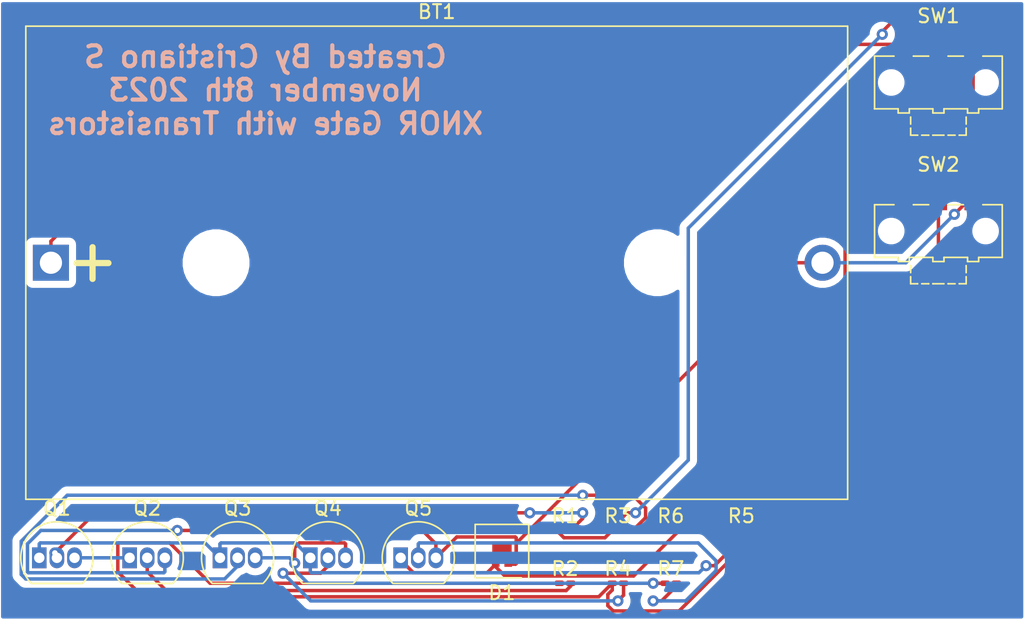
<source format=kicad_pcb>
(kicad_pcb (version 20171130) (host pcbnew 5.1.9+dfsg1-1+deb11u1)

  (general
    (thickness 1.6)
    (drawings 5)
    (tracks 168)
    (zones 0)
    (modules 16)
    (nets 14)
  )

  (page A4)
  (layers
    (0 F.Cu signal)
    (31 B.Cu signal)
    (32 B.Adhes user)
    (33 F.Adhes user)
    (34 B.Paste user)
    (35 F.Paste user)
    (36 B.SilkS user)
    (37 F.SilkS user)
    (38 B.Mask user)
    (39 F.Mask user)
    (40 Dwgs.User user)
    (41 Cmts.User user)
    (42 Eco1.User user)
    (43 Eco2.User user)
    (44 Edge.Cuts user)
    (45 Margin user)
    (46 B.CrtYd user)
    (47 F.CrtYd user)
    (48 B.Fab user)
    (49 F.Fab user)
  )

  (setup
    (last_trace_width 0.25)
    (trace_clearance 0.2)
    (zone_clearance 0.508)
    (zone_45_only no)
    (trace_min 0.2)
    (via_size 0.8)
    (via_drill 0.4)
    (via_min_size 0.4)
    (via_min_drill 0.3)
    (uvia_size 0.3)
    (uvia_drill 0.1)
    (uvias_allowed no)
    (uvia_min_size 0.2)
    (uvia_min_drill 0.1)
    (edge_width 0.05)
    (segment_width 0.2)
    (pcb_text_width 0.3)
    (pcb_text_size 1.5 1.5)
    (mod_edge_width 0.12)
    (mod_text_size 1 1)
    (mod_text_width 0.15)
    (pad_size 1.524 1.524)
    (pad_drill 0.762)
    (pad_to_mask_clearance 0)
    (aux_axis_origin 0 0)
    (visible_elements FFFFFF7F)
    (pcbplotparams
      (layerselection 0x010fc_ffffffff)
      (usegerberextensions true)
      (usegerberattributes false)
      (usegerberadvancedattributes false)
      (creategerberjobfile false)
      (excludeedgelayer true)
      (linewidth 0.100000)
      (plotframeref false)
      (viasonmask false)
      (mode 1)
      (useauxorigin false)
      (hpglpennumber 1)
      (hpglpenspeed 20)
      (hpglpendiameter 15.000000)
      (psnegative false)
      (psa4output false)
      (plotreference true)
      (plotvalue false)
      (plotinvisibletext false)
      (padsonsilk false)
      (subtractmaskfromsilk true)
      (outputformat 1)
      (mirror false)
      (drillshape 0)
      (scaleselection 1)
      (outputdirectory "Unit1-04 Gerbers/"))
  )

  (net 0 "")
  (net 1 "Net-(BT1-Pad2)")
  (net 2 "Net-(BT1-Pad1)")
  (net 3 "Net-(D1-Pad2)")
  (net 4 "Net-(Q1-Pad2)")
  (net 5 "Net-(Q1-Pad3)")
  (net 6 "Net-(Q1-Pad1)")
  (net 7 "Net-(Q2-Pad2)")
  (net 8 "Net-(Q3-Pad2)")
  (net 9 "Net-(Q3-Pad3)")
  (net 10 "Net-(Q4-Pad2)")
  (net 11 "Net-(Q5-Pad2)")
  (net 12 "Net-(R1-Pad1)")
  (net 13 "Net-(R2-Pad1)")

  (net_class Default "This is the default net class."
    (clearance 0.2)
    (trace_width 0.25)
    (via_dia 0.8)
    (via_drill 0.4)
    (uvia_dia 0.3)
    (uvia_drill 0.1)
    (add_net "Net-(BT1-Pad1)")
    (add_net "Net-(BT1-Pad2)")
    (add_net "Net-(D1-Pad2)")
    (add_net "Net-(Q1-Pad1)")
    (add_net "Net-(Q1-Pad2)")
    (add_net "Net-(Q1-Pad3)")
    (add_net "Net-(Q2-Pad2)")
    (add_net "Net-(Q3-Pad2)")
    (add_net "Net-(Q3-Pad3)")
    (add_net "Net-(Q4-Pad2)")
    (add_net "Net-(Q5-Pad2)")
    (add_net "Net-(R1-Pad1)")
    (add_net "Net-(R2-Pad1)")
  )

  (module Battery:BatteryHolder_Bulgin_BX0036_1xC (layer F.Cu) (tedit 5C0C1564) (tstamp 654B06A8)
    (at 110.275001 91.185001)
    (descr "Bulgin Battery Holder, BX0036, Battery Type C (https://www.bulgin.com/products/pub/media/bulgin/data/Battery_holders.pdf)")
    (tags "Bulgin BX0036")
    (path /654A9B43)
    (fp_text reference BT1 (at 27.8 -18.1) (layer F.SilkS)
      (effects (font (size 1 1) (thickness 0.15)))
    )
    (fp_text value 5V (at 27.8 1) (layer F.Fab)
      (effects (font (size 1 1) (thickness 0.15)))
    )
    (fp_line (start -1.81 17.06) (end 57.41 17.06) (layer F.SilkS) (width 0.12))
    (fp_line (start -1.81 -17.06) (end 57.41 -17.06) (layer F.SilkS) (width 0.12))
    (fp_line (start 57.41 -17.06) (end 57.41 17.06) (layer F.SilkS) (width 0.12))
    (fp_line (start -1.81 -17.06) (end -1.81 17.06) (layer F.SilkS) (width 0.12))
    (fp_line (start -2.3 17.5) (end -2.3 -17.5) (layer F.CrtYd) (width 0.05))
    (fp_line (start 57.9 17.5) (end -2.3 17.5) (layer F.CrtYd) (width 0.05))
    (fp_line (start 57.9 -17.5) (end 57.9 17.5) (layer F.CrtYd) (width 0.05))
    (fp_line (start -2.3 -17.5) (end 57.9 -17.5) (layer F.CrtYd) (width 0.05))
    (fp_line (start -1.75 -17) (end 57.35 -17) (layer F.Fab) (width 0.1))
    (fp_line (start 57.35 -17) (end 57.35 17) (layer F.Fab) (width 0.1))
    (fp_line (start 57.35 17) (end -1.75 17) (layer F.Fab) (width 0.1))
    (fp_line (start -1.75 17) (end -1.75 -17) (layer F.Fab) (width 0.1))
    (fp_text user + (at 3 -0.2) (layer F.SilkS)
      (effects (font (size 3 3) (thickness 0.45)))
    )
    (fp_text user %R (at 27.8 -1) (layer F.Fab)
      (effects (font (size 1 1) (thickness 0.1)))
    )
    (pad 2 thru_hole circle (at 55.6 0) (size 2.6 2.6) (drill 1.6) (layers *.Cu *.Mask)
      (net 1 "Net-(BT1-Pad2)"))
    (pad 1 thru_hole rect (at 0 0) (size 2.6 2.6) (drill 1.6) (layers *.Cu *.Mask)
      (net 2 "Net-(BT1-Pad1)"))
    (pad "" np_thru_hole circle (at 11.9 0) (size 3.8 3.8) (drill 3.8) (layers *.Cu *.Mask))
    (pad "" np_thru_hole circle (at 43.7 0) (size 3.8 3.8) (drill 3.8) (layers *.Cu *.Mask))
    (model ${KISYS3DMOD}/Battery.3dshapes/BatteryHolder_Bulgin_BX0036_1xC.wrl
      (at (xyz 0 0 0))
      (scale (xyz 1 1 1))
      (rotate (xyz 0 0 0))
    )
  )

  (module LED_SMD:LED-L1T2_LUMILEDS (layer F.Cu) (tedit 587A6FAC) (tstamp 654B06BC)
    (at 142.775001 112.405001)
    (descr http://www.lumileds.com/uploads/438/DS133-pdf)
    (tags "LUMILEDS LUXEON TX L1T2 LED")
    (path /654AC096)
    (attr smd)
    (fp_text reference D1 (at 0 2.58) (layer F.SilkS)
      (effects (font (size 1 1) (thickness 0.15)))
    )
    (fp_text value LED (at 0 -3.42) (layer F.Fab)
      (effects (font (size 1 1) (thickness 0.15)))
    )
    (fp_circle (center 0 -0.42) (end 0 -2.07) (layer F.Fab) (width 0.1))
    (fp_line (start 1.4 1.5) (end -1.93 1.5) (layer F.SilkS) (width 0.12))
    (fp_line (start 1.93 -2.35) (end 1.93 1.5) (layer F.SilkS) (width 0.12))
    (fp_line (start -1.93 -2.35) (end 1.93 -2.35) (layer F.SilkS) (width 0.12))
    (fp_line (start -1.93 1.5) (end -1.93 -2.35) (layer F.SilkS) (width 0.12))
    (fp_line (start 2.25 1.83) (end -2.25 1.83) (layer F.CrtYd) (width 0.05))
    (fp_line (start 2.25 -2.67) (end 2.25 1.83) (layer F.CrtYd) (width 0.05))
    (fp_line (start -2.25 -2.67) (end 2.25 -2.67) (layer F.CrtYd) (width 0.05))
    (fp_line (start -2.25 1.83) (end -2.25 -2.67) (layer F.CrtYd) (width 0.05))
    (fp_line (start 1.8 1.4) (end 1.8 -2.2) (layer F.Fab) (width 0.1))
    (fp_line (start -1.8 1.4) (end 1.8 1.4) (layer F.Fab) (width 0.1))
    (fp_line (start -1.8 -2.2) (end -1.8 1.4) (layer F.Fab) (width 0.1))
    (fp_line (start -1.8 -2.2) (end 1.8 -2.2) (layer F.Fab) (width 0.1))
    (pad 1 smd rect (at 0.45 0.52) (size 0.55 0.38) (layers F.Cu F.Paste F.Mask)
      (net 1 "Net-(BT1-Pad2)"))
    (pad 2 smd rect (at -0.45 0.52) (size 0.55 0.38) (layers F.Cu F.Paste F.Mask)
      (net 3 "Net-(D1-Pad2)"))
    (pad 3 smd rect (at 0 -0.52) (size 1.4 1.2) (layers F.Cu F.Paste F.Mask))
    (model ${KISYS3DMOD}/LED_SMD.3dshapes/LED-L1T2_LUMILEDS.wrl
      (at (xyz 0 0 0))
      (scale (xyz 1 1 1))
      (rotate (xyz 0 0 0))
    )
  )

  (module Package_TO_SOT_THT:TO-92_Inline (layer F.Cu) (tedit 5A1DD157) (tstamp 654B06CE)
    (at 109.435001 112.465001)
    (descr "TO-92 leads in-line, narrow, oval pads, drill 0.75mm (see NXP sot054_po.pdf)")
    (tags "to-92 sc-43 sc-43a sot54 PA33 transistor")
    (path /654AB618)
    (fp_text reference Q1 (at 1.27 -3.56) (layer F.SilkS)
      (effects (font (size 1 1) (thickness 0.15)))
    )
    (fp_text value BC547 (at 1.27 2.79) (layer F.Fab)
      (effects (font (size 1 1) (thickness 0.15)))
    )
    (fp_line (start 4 2.01) (end -1.46 2.01) (layer F.CrtYd) (width 0.05))
    (fp_line (start 4 2.01) (end 4 -2.73) (layer F.CrtYd) (width 0.05))
    (fp_line (start -1.46 -2.73) (end -1.46 2.01) (layer F.CrtYd) (width 0.05))
    (fp_line (start -1.46 -2.73) (end 4 -2.73) (layer F.CrtYd) (width 0.05))
    (fp_line (start -0.5 1.75) (end 3 1.75) (layer F.Fab) (width 0.1))
    (fp_line (start -0.53 1.85) (end 3.07 1.85) (layer F.SilkS) (width 0.12))
    (fp_text user %R (at 1.27 0) (layer F.Fab)
      (effects (font (size 1 1) (thickness 0.15)))
    )
    (fp_arc (start 1.27 0) (end 1.27 -2.48) (angle 135) (layer F.Fab) (width 0.1))
    (fp_arc (start 1.27 0) (end 1.27 -2.6) (angle -135) (layer F.SilkS) (width 0.12))
    (fp_arc (start 1.27 0) (end 1.27 -2.48) (angle -135) (layer F.Fab) (width 0.1))
    (fp_arc (start 1.27 0) (end 1.27 -2.6) (angle 135) (layer F.SilkS) (width 0.12))
    (pad 2 thru_hole oval (at 1.27 0) (size 1.05 1.5) (drill 0.75) (layers *.Cu *.Mask)
      (net 4 "Net-(Q1-Pad2)"))
    (pad 3 thru_hole oval (at 2.54 0) (size 1.05 1.5) (drill 0.75) (layers *.Cu *.Mask)
      (net 5 "Net-(Q1-Pad3)"))
    (pad 1 thru_hole rect (at 0 0) (size 1.05 1.5) (drill 0.75) (layers *.Cu *.Mask)
      (net 6 "Net-(Q1-Pad1)"))
    (model ${KISYS3DMOD}/Package_TO_SOT_THT.3dshapes/TO-92_Inline.wrl
      (at (xyz 0 0 0))
      (scale (xyz 1 1 1))
      (rotate (xyz 0 0 0))
    )
  )

  (module Package_TO_SOT_THT:TO-92_Inline (layer F.Cu) (tedit 5A1DD157) (tstamp 654B06E0)
    (at 115.945001 112.465001)
    (descr "TO-92 leads in-line, narrow, oval pads, drill 0.75mm (see NXP sot054_po.pdf)")
    (tags "to-92 sc-43 sc-43a sot54 PA33 transistor")
    (path /654C0EE0)
    (fp_text reference Q2 (at 1.27 -3.56) (layer F.SilkS)
      (effects (font (size 1 1) (thickness 0.15)))
    )
    (fp_text value BC547 (at 1.27 2.79) (layer F.Fab)
      (effects (font (size 1 1) (thickness 0.15)))
    )
    (fp_line (start 4 2.01) (end -1.46 2.01) (layer F.CrtYd) (width 0.05))
    (fp_line (start 4 2.01) (end 4 -2.73) (layer F.CrtYd) (width 0.05))
    (fp_line (start -1.46 -2.73) (end -1.46 2.01) (layer F.CrtYd) (width 0.05))
    (fp_line (start -1.46 -2.73) (end 4 -2.73) (layer F.CrtYd) (width 0.05))
    (fp_line (start -0.5 1.75) (end 3 1.75) (layer F.Fab) (width 0.1))
    (fp_line (start -0.53 1.85) (end 3.07 1.85) (layer F.SilkS) (width 0.12))
    (fp_text user %R (at 1.27 0) (layer F.Fab)
      (effects (font (size 1 1) (thickness 0.15)))
    )
    (fp_arc (start 1.27 0) (end 1.27 -2.48) (angle 135) (layer F.Fab) (width 0.1))
    (fp_arc (start 1.27 0) (end 1.27 -2.6) (angle -135) (layer F.SilkS) (width 0.12))
    (fp_arc (start 1.27 0) (end 1.27 -2.48) (angle -135) (layer F.Fab) (width 0.1))
    (fp_arc (start 1.27 0) (end 1.27 -2.6) (angle 135) (layer F.SilkS) (width 0.12))
    (pad 2 thru_hole oval (at 1.27 0) (size 1.05 1.5) (drill 0.75) (layers *.Cu *.Mask)
      (net 7 "Net-(Q2-Pad2)"))
    (pad 3 thru_hole oval (at 2.54 0) (size 1.05 1.5) (drill 0.75) (layers *.Cu *.Mask)
      (net 1 "Net-(BT1-Pad2)"))
    (pad 1 thru_hole rect (at 0 0) (size 1.05 1.5) (drill 0.75) (layers *.Cu *.Mask)
      (net 5 "Net-(Q1-Pad3)"))
    (model ${KISYS3DMOD}/Package_TO_SOT_THT.3dshapes/TO-92_Inline.wrl
      (at (xyz 0 0 0))
      (scale (xyz 1 1 1))
      (rotate (xyz 0 0 0))
    )
  )

  (module Package_TO_SOT_THT:TO-92_Inline (layer F.Cu) (tedit 5A1DD157) (tstamp 654B06F2)
    (at 122.455001 112.465001)
    (descr "TO-92 leads in-line, narrow, oval pads, drill 0.75mm (see NXP sot054_po.pdf)")
    (tags "to-92 sc-43 sc-43a sot54 PA33 transistor")
    (path /654CAD08)
    (fp_text reference Q3 (at 1.27 -3.56) (layer F.SilkS)
      (effects (font (size 1 1) (thickness 0.15)))
    )
    (fp_text value BC547 (at 1.27 2.79) (layer F.Fab)
      (effects (font (size 1 1) (thickness 0.15)))
    )
    (fp_line (start 4 2.01) (end -1.46 2.01) (layer F.CrtYd) (width 0.05))
    (fp_line (start 4 2.01) (end 4 -2.73) (layer F.CrtYd) (width 0.05))
    (fp_line (start -1.46 -2.73) (end -1.46 2.01) (layer F.CrtYd) (width 0.05))
    (fp_line (start -1.46 -2.73) (end 4 -2.73) (layer F.CrtYd) (width 0.05))
    (fp_line (start -0.5 1.75) (end 3 1.75) (layer F.Fab) (width 0.1))
    (fp_line (start -0.53 1.85) (end 3.07 1.85) (layer F.SilkS) (width 0.12))
    (fp_text user %R (at 1.27 0) (layer F.Fab)
      (effects (font (size 1 1) (thickness 0.15)))
    )
    (fp_arc (start 1.27 0) (end 1.27 -2.48) (angle 135) (layer F.Fab) (width 0.1))
    (fp_arc (start 1.27 0) (end 1.27 -2.6) (angle -135) (layer F.SilkS) (width 0.12))
    (fp_arc (start 1.27 0) (end 1.27 -2.48) (angle -135) (layer F.Fab) (width 0.1))
    (fp_arc (start 1.27 0) (end 1.27 -2.6) (angle 135) (layer F.SilkS) (width 0.12))
    (pad 2 thru_hole oval (at 1.27 0) (size 1.05 1.5) (drill 0.75) (layers *.Cu *.Mask)
      (net 8 "Net-(Q3-Pad2)"))
    (pad 3 thru_hole oval (at 2.54 0) (size 1.05 1.5) (drill 0.75) (layers *.Cu *.Mask)
      (net 9 "Net-(Q3-Pad3)"))
    (pad 1 thru_hole rect (at 0 0) (size 1.05 1.5) (drill 0.75) (layers *.Cu *.Mask)
      (net 6 "Net-(Q1-Pad1)"))
    (model ${KISYS3DMOD}/Package_TO_SOT_THT.3dshapes/TO-92_Inline.wrl
      (at (xyz 0 0 0))
      (scale (xyz 1 1 1))
      (rotate (xyz 0 0 0))
    )
  )

  (module Package_TO_SOT_THT:TO-92_Inline (layer F.Cu) (tedit 5A1DD157) (tstamp 654B0704)
    (at 128.965001 112.465001)
    (descr "TO-92 leads in-line, narrow, oval pads, drill 0.75mm (see NXP sot054_po.pdf)")
    (tags "to-92 sc-43 sc-43a sot54 PA33 transistor")
    (path /654CCB9A)
    (fp_text reference Q4 (at 1.27 -3.56) (layer F.SilkS)
      (effects (font (size 1 1) (thickness 0.15)))
    )
    (fp_text value BC547 (at 1.27 2.79) (layer F.Fab)
      (effects (font (size 1 1) (thickness 0.15)))
    )
    (fp_line (start -0.53 1.85) (end 3.07 1.85) (layer F.SilkS) (width 0.12))
    (fp_line (start -0.5 1.75) (end 3 1.75) (layer F.Fab) (width 0.1))
    (fp_line (start -1.46 -2.73) (end 4 -2.73) (layer F.CrtYd) (width 0.05))
    (fp_line (start -1.46 -2.73) (end -1.46 2.01) (layer F.CrtYd) (width 0.05))
    (fp_line (start 4 2.01) (end 4 -2.73) (layer F.CrtYd) (width 0.05))
    (fp_line (start 4 2.01) (end -1.46 2.01) (layer F.CrtYd) (width 0.05))
    (fp_arc (start 1.27 0) (end 1.27 -2.6) (angle 135) (layer F.SilkS) (width 0.12))
    (fp_arc (start 1.27 0) (end 1.27 -2.48) (angle -135) (layer F.Fab) (width 0.1))
    (fp_arc (start 1.27 0) (end 1.27 -2.6) (angle -135) (layer F.SilkS) (width 0.12))
    (fp_arc (start 1.27 0) (end 1.27 -2.48) (angle 135) (layer F.Fab) (width 0.1))
    (fp_text user %R (at 1.27 0) (layer F.Fab)
      (effects (font (size 1 1) (thickness 0.15)))
    )
    (pad 1 thru_hole rect (at 0 0) (size 1.05 1.5) (drill 0.75) (layers *.Cu *.Mask)
      (net 6 "Net-(Q1-Pad1)"))
    (pad 3 thru_hole oval (at 2.54 0) (size 1.05 1.5) (drill 0.75) (layers *.Cu *.Mask)
      (net 9 "Net-(Q3-Pad3)"))
    (pad 2 thru_hole oval (at 1.27 0) (size 1.05 1.5) (drill 0.75) (layers *.Cu *.Mask)
      (net 10 "Net-(Q4-Pad2)"))
    (model ${KISYS3DMOD}/Package_TO_SOT_THT.3dshapes/TO-92_Inline.wrl
      (at (xyz 0 0 0))
      (scale (xyz 1 1 1))
      (rotate (xyz 0 0 0))
    )
  )

  (module Package_TO_SOT_THT:TO-92_Inline (layer F.Cu) (tedit 5A1DD157) (tstamp 654B0716)
    (at 135.475001 112.465001)
    (descr "TO-92 leads in-line, narrow, oval pads, drill 0.75mm (see NXP sot054_po.pdf)")
    (tags "to-92 sc-43 sc-43a sot54 PA33 transistor")
    (path /654CC6DB)
    (fp_text reference Q5 (at 1.27 -3.56) (layer F.SilkS)
      (effects (font (size 1 1) (thickness 0.15)))
    )
    (fp_text value BC547 (at 1.27 2.79) (layer F.Fab)
      (effects (font (size 1 1) (thickness 0.15)))
    )
    (fp_line (start -0.53 1.85) (end 3.07 1.85) (layer F.SilkS) (width 0.12))
    (fp_line (start -0.5 1.75) (end 3 1.75) (layer F.Fab) (width 0.1))
    (fp_line (start -1.46 -2.73) (end 4 -2.73) (layer F.CrtYd) (width 0.05))
    (fp_line (start -1.46 -2.73) (end -1.46 2.01) (layer F.CrtYd) (width 0.05))
    (fp_line (start 4 2.01) (end 4 -2.73) (layer F.CrtYd) (width 0.05))
    (fp_line (start 4 2.01) (end -1.46 2.01) (layer F.CrtYd) (width 0.05))
    (fp_arc (start 1.27 0) (end 1.27 -2.6) (angle 135) (layer F.SilkS) (width 0.12))
    (fp_arc (start 1.27 0) (end 1.27 -2.48) (angle -135) (layer F.Fab) (width 0.1))
    (fp_arc (start 1.27 0) (end 1.27 -2.6) (angle -135) (layer F.SilkS) (width 0.12))
    (fp_arc (start 1.27 0) (end 1.27 -2.48) (angle 135) (layer F.Fab) (width 0.1))
    (fp_text user %R (at 1.27 0) (layer F.Fab)
      (effects (font (size 1 1) (thickness 0.15)))
    )
    (pad 1 thru_hole rect (at 0 0) (size 1.05 1.5) (drill 0.75) (layers *.Cu *.Mask)
      (net 3 "Net-(D1-Pad2)"))
    (pad 3 thru_hole oval (at 2.54 0) (size 1.05 1.5) (drill 0.75) (layers *.Cu *.Mask)
      (net 1 "Net-(BT1-Pad2)"))
    (pad 2 thru_hole oval (at 1.27 0) (size 1.05 1.5) (drill 0.75) (layers *.Cu *.Mask)
      (net 11 "Net-(Q5-Pad2)"))
    (model ${KISYS3DMOD}/Package_TO_SOT_THT.3dshapes/TO-92_Inline.wrl
      (at (xyz 0 0 0))
      (scale (xyz 1 1 1))
      (rotate (xyz 0 0 0))
    )
  )

  (module Resistor_SMD:R_0201_0603Metric_Pad0.64x0.40mm_HandSolder (layer F.Cu) (tedit 5F6BB9E0) (tstamp 654B0727)
    (at 147.32 110.49)
    (descr "Resistor SMD 0201 (0603 Metric), square (rectangular) end terminal, IPC_7351 nominal with elongated pad for handsoldering. (Body size source: https://www.vishay.com/docs/20052/crcw0201e3.pdf), generated with kicad-footprint-generator")
    (tags "resistor handsolder")
    (path /654A8263)
    (attr smd)
    (fp_text reference R1 (at 0 -1.05) (layer F.SilkS)
      (effects (font (size 1 1) (thickness 0.15)))
    )
    (fp_text value 1kΩ (at 0 1.05) (layer F.Fab)
      (effects (font (size 1 1) (thickness 0.15)))
    )
    (fp_line (start 0.88 0.35) (end -0.88 0.35) (layer F.CrtYd) (width 0.05))
    (fp_line (start 0.88 -0.35) (end 0.88 0.35) (layer F.CrtYd) (width 0.05))
    (fp_line (start -0.88 -0.35) (end 0.88 -0.35) (layer F.CrtYd) (width 0.05))
    (fp_line (start -0.88 0.35) (end -0.88 -0.35) (layer F.CrtYd) (width 0.05))
    (fp_line (start 0.3 0.15) (end -0.3 0.15) (layer F.Fab) (width 0.1))
    (fp_line (start 0.3 -0.15) (end 0.3 0.15) (layer F.Fab) (width 0.1))
    (fp_line (start -0.3 -0.15) (end 0.3 -0.15) (layer F.Fab) (width 0.1))
    (fp_line (start -0.3 0.15) (end -0.3 -0.15) (layer F.Fab) (width 0.1))
    (fp_text user %R (at 0 -0.68) (layer F.Fab)
      (effects (font (size 0.25 0.25) (thickness 0.04)))
    )
    (pad "" smd roundrect (at -0.4325 0) (size 0.458 0.36) (layers F.Paste) (roundrect_rratio 0.25))
    (pad "" smd roundrect (at 0.4325 0) (size 0.458 0.36) (layers F.Paste) (roundrect_rratio 0.25))
    (pad 1 smd roundrect (at -0.4075 0) (size 0.635 0.4) (layers F.Cu F.Mask) (roundrect_rratio 0.25)
      (net 12 "Net-(R1-Pad1)"))
    (pad 2 smd roundrect (at 0.4075 0) (size 0.635 0.4) (layers F.Cu F.Mask) (roundrect_rratio 0.25)
      (net 4 "Net-(Q1-Pad2)"))
    (model ${KISYS3DMOD}/Resistor_SMD.3dshapes/R_0201_0603Metric.wrl
      (at (xyz 0 0 0))
      (scale (xyz 1 1 1))
      (rotate (xyz 0 0 0))
    )
  )

  (module Resistor_SMD:R_0201_0603Metric_Pad0.64x0.40mm_HandSolder (layer F.Cu) (tedit 5F6BB9E0) (tstamp 654B0738)
    (at 147.32 114.3)
    (descr "Resistor SMD 0201 (0603 Metric), square (rectangular) end terminal, IPC_7351 nominal with elongated pad for handsoldering. (Body size source: https://www.vishay.com/docs/20052/crcw0201e3.pdf), generated with kicad-footprint-generator")
    (tags "resistor handsolder")
    (path /654BD8F3)
    (attr smd)
    (fp_text reference R2 (at 0 -1.05) (layer F.SilkS)
      (effects (font (size 1 1) (thickness 0.15)))
    )
    (fp_text value 1kΩ (at 0 1.05) (layer F.Fab)
      (effects (font (size 1 1) (thickness 0.15)))
    )
    (fp_line (start -0.3 0.15) (end -0.3 -0.15) (layer F.Fab) (width 0.1))
    (fp_line (start -0.3 -0.15) (end 0.3 -0.15) (layer F.Fab) (width 0.1))
    (fp_line (start 0.3 -0.15) (end 0.3 0.15) (layer F.Fab) (width 0.1))
    (fp_line (start 0.3 0.15) (end -0.3 0.15) (layer F.Fab) (width 0.1))
    (fp_line (start -0.88 0.35) (end -0.88 -0.35) (layer F.CrtYd) (width 0.05))
    (fp_line (start -0.88 -0.35) (end 0.88 -0.35) (layer F.CrtYd) (width 0.05))
    (fp_line (start 0.88 -0.35) (end 0.88 0.35) (layer F.CrtYd) (width 0.05))
    (fp_line (start 0.88 0.35) (end -0.88 0.35) (layer F.CrtYd) (width 0.05))
    (fp_text user %R (at 0 -0.68) (layer F.Fab)
      (effects (font (size 0.25 0.25) (thickness 0.04)))
    )
    (pad 2 smd roundrect (at 0.4075 0) (size 0.635 0.4) (layers F.Cu F.Mask) (roundrect_rratio 0.25)
      (net 7 "Net-(Q2-Pad2)"))
    (pad 1 smd roundrect (at -0.4075 0) (size 0.635 0.4) (layers F.Cu F.Mask) (roundrect_rratio 0.25)
      (net 13 "Net-(R2-Pad1)"))
    (pad "" smd roundrect (at 0.4325 0) (size 0.458 0.36) (layers F.Paste) (roundrect_rratio 0.25))
    (pad "" smd roundrect (at -0.4325 0) (size 0.458 0.36) (layers F.Paste) (roundrect_rratio 0.25))
    (model ${KISYS3DMOD}/Resistor_SMD.3dshapes/R_0201_0603Metric.wrl
      (at (xyz 0 0 0))
      (scale (xyz 1 1 1))
      (rotate (xyz 0 0 0))
    )
  )

  (module Resistor_SMD:R_0201_0603Metric_Pad0.64x0.40mm_HandSolder (layer F.Cu) (tedit 5F6BB9E0) (tstamp 654B0749)
    (at 151.13 110.49)
    (descr "Resistor SMD 0201 (0603 Metric), square (rectangular) end terminal, IPC_7351 nominal with elongated pad for handsoldering. (Body size source: https://www.vishay.com/docs/20052/crcw0201e3.pdf), generated with kicad-footprint-generator")
    (tags "resistor handsolder")
    (path /654DA679)
    (attr smd)
    (fp_text reference R3 (at 0 -1.05) (layer F.SilkS)
      (effects (font (size 1 1) (thickness 0.15)))
    )
    (fp_text value 1kΩ (at 0 1.05) (layer F.Fab)
      (effects (font (size 1 1) (thickness 0.15)))
    )
    (fp_line (start -0.3 0.15) (end -0.3 -0.15) (layer F.Fab) (width 0.1))
    (fp_line (start -0.3 -0.15) (end 0.3 -0.15) (layer F.Fab) (width 0.1))
    (fp_line (start 0.3 -0.15) (end 0.3 0.15) (layer F.Fab) (width 0.1))
    (fp_line (start 0.3 0.15) (end -0.3 0.15) (layer F.Fab) (width 0.1))
    (fp_line (start -0.88 0.35) (end -0.88 -0.35) (layer F.CrtYd) (width 0.05))
    (fp_line (start -0.88 -0.35) (end 0.88 -0.35) (layer F.CrtYd) (width 0.05))
    (fp_line (start 0.88 -0.35) (end 0.88 0.35) (layer F.CrtYd) (width 0.05))
    (fp_line (start 0.88 0.35) (end -0.88 0.35) (layer F.CrtYd) (width 0.05))
    (fp_text user %R (at 0 -0.68) (layer F.Fab)
      (effects (font (size 0.25 0.25) (thickness 0.04)))
    )
    (pad 2 smd roundrect (at 0.4075 0) (size 0.635 0.4) (layers F.Cu F.Mask) (roundrect_rratio 0.25)
      (net 8 "Net-(Q3-Pad2)"))
    (pad 1 smd roundrect (at -0.4075 0) (size 0.635 0.4) (layers F.Cu F.Mask) (roundrect_rratio 0.25)
      (net 12 "Net-(R1-Pad1)"))
    (pad "" smd roundrect (at 0.4325 0) (size 0.458 0.36) (layers F.Paste) (roundrect_rratio 0.25))
    (pad "" smd roundrect (at -0.4325 0) (size 0.458 0.36) (layers F.Paste) (roundrect_rratio 0.25))
    (model ${KISYS3DMOD}/Resistor_SMD.3dshapes/R_0201_0603Metric.wrl
      (at (xyz 0 0 0))
      (scale (xyz 1 1 1))
      (rotate (xyz 0 0 0))
    )
  )

  (module Resistor_SMD:R_0201_0603Metric_Pad0.64x0.40mm_HandSolder (layer F.Cu) (tedit 5F6BB9E0) (tstamp 654B075A)
    (at 151.13 114.3)
    (descr "Resistor SMD 0201 (0603 Metric), square (rectangular) end terminal, IPC_7351 nominal with elongated pad for handsoldering. (Body size source: https://www.vishay.com/docs/20052/crcw0201e3.pdf), generated with kicad-footprint-generator")
    (tags "resistor handsolder")
    (path /654D99B4)
    (attr smd)
    (fp_text reference R4 (at 0 -1.05) (layer F.SilkS)
      (effects (font (size 1 1) (thickness 0.15)))
    )
    (fp_text value 1kΩ (at 0 1.05) (layer F.Fab)
      (effects (font (size 1 1) (thickness 0.15)))
    )
    (fp_line (start 0.88 0.35) (end -0.88 0.35) (layer F.CrtYd) (width 0.05))
    (fp_line (start 0.88 -0.35) (end 0.88 0.35) (layer F.CrtYd) (width 0.05))
    (fp_line (start -0.88 -0.35) (end 0.88 -0.35) (layer F.CrtYd) (width 0.05))
    (fp_line (start -0.88 0.35) (end -0.88 -0.35) (layer F.CrtYd) (width 0.05))
    (fp_line (start 0.3 0.15) (end -0.3 0.15) (layer F.Fab) (width 0.1))
    (fp_line (start 0.3 -0.15) (end 0.3 0.15) (layer F.Fab) (width 0.1))
    (fp_line (start -0.3 -0.15) (end 0.3 -0.15) (layer F.Fab) (width 0.1))
    (fp_line (start -0.3 0.15) (end -0.3 -0.15) (layer F.Fab) (width 0.1))
    (fp_text user %R (at 0 -0.68) (layer F.Fab)
      (effects (font (size 0.25 0.25) (thickness 0.04)))
    )
    (pad "" smd roundrect (at -0.4325 0) (size 0.458 0.36) (layers F.Paste) (roundrect_rratio 0.25))
    (pad "" smd roundrect (at 0.4325 0) (size 0.458 0.36) (layers F.Paste) (roundrect_rratio 0.25))
    (pad 1 smd roundrect (at -0.4075 0) (size 0.635 0.4) (layers F.Cu F.Mask) (roundrect_rratio 0.25)
      (net 13 "Net-(R2-Pad1)"))
    (pad 2 smd roundrect (at 0.4075 0) (size 0.635 0.4) (layers F.Cu F.Mask) (roundrect_rratio 0.25)
      (net 10 "Net-(Q4-Pad2)"))
    (model ${KISYS3DMOD}/Resistor_SMD.3dshapes/R_0201_0603Metric.wrl
      (at (xyz 0 0 0))
      (scale (xyz 1 1 1))
      (rotate (xyz 0 0 0))
    )
  )

  (module Resistor_SMD:R_0201_0603Metric_Pad0.64x0.40mm_HandSolder (layer F.Cu) (tedit 5F6BB9E0) (tstamp 654B076B)
    (at 160.02 110.49)
    (descr "Resistor SMD 0201 (0603 Metric), square (rectangular) end terminal, IPC_7351 nominal with elongated pad for handsoldering. (Body size source: https://www.vishay.com/docs/20052/crcw0201e3.pdf), generated with kicad-footprint-generator")
    (tags "resistor handsolder")
    (path /654C44B1)
    (attr smd)
    (fp_text reference R5 (at 0 -1.05) (layer F.SilkS)
      (effects (font (size 1 1) (thickness 0.15)))
    )
    (fp_text value 10kΩ (at 0 1.05) (layer F.Fab)
      (effects (font (size 1 1) (thickness 0.15)))
    )
    (fp_line (start 0.88 0.35) (end -0.88 0.35) (layer F.CrtYd) (width 0.05))
    (fp_line (start 0.88 -0.35) (end 0.88 0.35) (layer F.CrtYd) (width 0.05))
    (fp_line (start -0.88 -0.35) (end 0.88 -0.35) (layer F.CrtYd) (width 0.05))
    (fp_line (start -0.88 0.35) (end -0.88 -0.35) (layer F.CrtYd) (width 0.05))
    (fp_line (start 0.3 0.15) (end -0.3 0.15) (layer F.Fab) (width 0.1))
    (fp_line (start 0.3 -0.15) (end 0.3 0.15) (layer F.Fab) (width 0.1))
    (fp_line (start -0.3 -0.15) (end 0.3 -0.15) (layer F.Fab) (width 0.1))
    (fp_line (start -0.3 0.15) (end -0.3 -0.15) (layer F.Fab) (width 0.1))
    (fp_text user %R (at 0 -0.68) (layer F.Fab)
      (effects (font (size 0.25 0.25) (thickness 0.04)))
    )
    (pad "" smd roundrect (at -0.4325 0) (size 0.458 0.36) (layers F.Paste) (roundrect_rratio 0.25))
    (pad "" smd roundrect (at 0.4325 0) (size 0.458 0.36) (layers F.Paste) (roundrect_rratio 0.25))
    (pad 1 smd roundrect (at -0.4075 0) (size 0.635 0.4) (layers F.Cu F.Mask) (roundrect_rratio 0.25)
      (net 2 "Net-(BT1-Pad1)"))
    (pad 2 smd roundrect (at 0.4075 0) (size 0.635 0.4) (layers F.Cu F.Mask) (roundrect_rratio 0.25)
      (net 6 "Net-(Q1-Pad1)"))
    (model ${KISYS3DMOD}/Resistor_SMD.3dshapes/R_0201_0603Metric.wrl
      (at (xyz 0 0 0))
      (scale (xyz 1 1 1))
      (rotate (xyz 0 0 0))
    )
  )

  (module Resistor_SMD:R_0201_0603Metric_Pad0.64x0.40mm_HandSolder (layer F.Cu) (tedit 5F6BB9E0) (tstamp 654B077C)
    (at 154.94 110.49)
    (descr "Resistor SMD 0201 (0603 Metric), square (rectangular) end terminal, IPC_7351 nominal with elongated pad for handsoldering. (Body size source: https://www.vishay.com/docs/20052/crcw0201e3.pdf), generated with kicad-footprint-generator")
    (tags "resistor handsolder")
    (path /654C5033)
    (attr smd)
    (fp_text reference R6 (at 0 -1.05) (layer F.SilkS)
      (effects (font (size 1 1) (thickness 0.15)))
    )
    (fp_text value 220Ω (at 0 1.05) (layer F.Fab)
      (effects (font (size 1 1) (thickness 0.15)))
    )
    (fp_line (start -0.3 0.15) (end -0.3 -0.15) (layer F.Fab) (width 0.1))
    (fp_line (start -0.3 -0.15) (end 0.3 -0.15) (layer F.Fab) (width 0.1))
    (fp_line (start 0.3 -0.15) (end 0.3 0.15) (layer F.Fab) (width 0.1))
    (fp_line (start 0.3 0.15) (end -0.3 0.15) (layer F.Fab) (width 0.1))
    (fp_line (start -0.88 0.35) (end -0.88 -0.35) (layer F.CrtYd) (width 0.05))
    (fp_line (start -0.88 -0.35) (end 0.88 -0.35) (layer F.CrtYd) (width 0.05))
    (fp_line (start 0.88 -0.35) (end 0.88 0.35) (layer F.CrtYd) (width 0.05))
    (fp_line (start 0.88 0.35) (end -0.88 0.35) (layer F.CrtYd) (width 0.05))
    (fp_text user %R (at 0 -0.68) (layer F.Fab)
      (effects (font (size 0.25 0.25) (thickness 0.04)))
    )
    (pad 2 smd roundrect (at 0.4075 0) (size 0.635 0.4) (layers F.Cu F.Mask) (roundrect_rratio 0.25)
      (net 3 "Net-(D1-Pad2)"))
    (pad 1 smd roundrect (at -0.4075 0) (size 0.635 0.4) (layers F.Cu F.Mask) (roundrect_rratio 0.25)
      (net 2 "Net-(BT1-Pad1)"))
    (pad "" smd roundrect (at 0.4325 0) (size 0.458 0.36) (layers F.Paste) (roundrect_rratio 0.25))
    (pad "" smd roundrect (at -0.4325 0) (size 0.458 0.36) (layers F.Paste) (roundrect_rratio 0.25))
    (model ${KISYS3DMOD}/Resistor_SMD.3dshapes/R_0201_0603Metric.wrl
      (at (xyz 0 0 0))
      (scale (xyz 1 1 1))
      (rotate (xyz 0 0 0))
    )
  )

  (module Resistor_SMD:R_0201_0603Metric_Pad0.64x0.40mm_HandSolder (layer F.Cu) (tedit 5F6BB9E0) (tstamp 654B078D)
    (at 154.94 114.3)
    (descr "Resistor SMD 0201 (0603 Metric), square (rectangular) end terminal, IPC_7351 nominal with elongated pad for handsoldering. (Body size source: https://www.vishay.com/docs/20052/crcw0201e3.pdf), generated with kicad-footprint-generator")
    (tags "resistor handsolder")
    (path /65510D85)
    (attr smd)
    (fp_text reference R7 (at 0 -1.05) (layer F.SilkS)
      (effects (font (size 1 1) (thickness 0.15)))
    )
    (fp_text value 1kΩ (at 0 1.05) (layer F.Fab)
      (effects (font (size 1 1) (thickness 0.15)))
    )
    (fp_line (start 0.88 0.35) (end -0.88 0.35) (layer F.CrtYd) (width 0.05))
    (fp_line (start 0.88 -0.35) (end 0.88 0.35) (layer F.CrtYd) (width 0.05))
    (fp_line (start -0.88 -0.35) (end 0.88 -0.35) (layer F.CrtYd) (width 0.05))
    (fp_line (start -0.88 0.35) (end -0.88 -0.35) (layer F.CrtYd) (width 0.05))
    (fp_line (start 0.3 0.15) (end -0.3 0.15) (layer F.Fab) (width 0.1))
    (fp_line (start 0.3 -0.15) (end 0.3 0.15) (layer F.Fab) (width 0.1))
    (fp_line (start -0.3 -0.15) (end 0.3 -0.15) (layer F.Fab) (width 0.1))
    (fp_line (start -0.3 0.15) (end -0.3 -0.15) (layer F.Fab) (width 0.1))
    (fp_text user %R (at 0 -0.68) (layer F.Fab)
      (effects (font (size 0.25 0.25) (thickness 0.04)))
    )
    (pad "" smd roundrect (at -0.4325 0) (size 0.458 0.36) (layers F.Paste) (roundrect_rratio 0.25))
    (pad "" smd roundrect (at 0.4325 0) (size 0.458 0.36) (layers F.Paste) (roundrect_rratio 0.25))
    (pad 1 smd roundrect (at -0.4075 0) (size 0.635 0.4) (layers F.Cu F.Mask) (roundrect_rratio 0.25)
      (net 9 "Net-(Q3-Pad3)"))
    (pad 2 smd roundrect (at 0.4075 0) (size 0.635 0.4) (layers F.Cu F.Mask) (roundrect_rratio 0.25)
      (net 11 "Net-(Q5-Pad2)"))
    (model ${KISYS3DMOD}/Resistor_SMD.3dshapes/R_0201_0603Metric.wrl
      (at (xyz 0 0 0))
      (scale (xyz 1 1 1))
      (rotate (xyz 0 0 0))
    )
  )

  (module Button_Switch_SMD:SW_SPDT_CK-JS102011SAQN (layer F.Cu) (tedit 5A02FC95) (tstamp 654B07E8)
    (at 174.225001 78.185001)
    (descr "Sub-miniature slide switch, right-angle, http://www.ckswitches.com/media/1422/js.pdf")
    (tags "switch spdt")
    (path /654B5563)
    (attr smd)
    (fp_text reference SW1 (at 0 -4.8) (layer F.SilkS)
      (effects (font (size 1 1) (thickness 0.15)))
    )
    (fp_text value SW_SPDT (at 0 -2.9) (layer F.Fab)
      (effects (font (size 1 1) (thickness 0.15)))
    )
    (fp_line (start -4.5 -1.8) (end 4.5 -1.8) (layer F.Fab) (width 0.1))
    (fp_line (start 4.5 -1.8) (end 4.5 1.8) (layer F.Fab) (width 0.1))
    (fp_line (start 4.5 1.8) (end -4.4 1.8) (layer F.Fab) (width 0.1))
    (fp_line (start -4.4 1.8) (end -4.5 1.8) (layer F.Fab) (width 0.1))
    (fp_line (start -4.5 1.8) (end -4.5 1.8) (layer F.Fab) (width 0.1))
    (fp_line (start -4.5 -1.8) (end -4.5 1.8) (layer F.Fab) (width 0.1))
    (fp_line (start -4.5 1.8) (end -4.5 1.8) (layer F.Fab) (width 0.1))
    (fp_line (start -1.5 1.8) (end -1.5 1.8) (layer F.Fab) (width 0.1))
    (fp_line (start 3.2 -1.9) (end 4.6 -1.9) (layer F.SilkS) (width 0.12))
    (fp_line (start 4.6 -1.9) (end 4.6 1.9) (layer F.SilkS) (width 0.12))
    (fp_line (start -4.6 1.9) (end -4.6 -1.9) (layer F.SilkS) (width 0.12))
    (fp_line (start -4.6 -1.9) (end -3.2 -1.9) (layer F.SilkS) (width 0.12))
    (fp_line (start 1.8 -1.9) (end 0.7 -1.9) (layer F.SilkS) (width 0.12))
    (fp_line (start 0.7 -1.9) (end 0.7 -1.9) (layer F.SilkS) (width 0.12))
    (fp_line (start -0.7 -1.9) (end -1.8 -1.9) (layer F.SilkS) (width 0.12))
    (fp_line (start -1.8 -1.9) (end -1.8 -1.9) (layer F.SilkS) (width 0.12))
    (fp_line (start 0.3 1.8) (end 0.3 2.1) (layer F.Fab) (width 0.1))
    (fp_line (start 0.3 2.1) (end -0.3 2.1) (layer F.Fab) (width 0.1))
    (fp_line (start -0.3 2.1) (end -0.3 1.8) (layer F.Fab) (width 0.1))
    (fp_line (start -0.3 1.8) (end -0.3 1.8) (layer F.Fab) (width 0.1))
    (fp_line (start -2.2 1.8) (end -2.2 2.1) (layer F.Fab) (width 0.1))
    (fp_line (start -2.2 2.1) (end -2.8 2.1) (layer F.Fab) (width 0.1))
    (fp_line (start -2.8 2.1) (end -2.8 1.8) (layer F.Fab) (width 0.1))
    (fp_line (start -2.8 1.8) (end -2.8 1.8) (layer F.Fab) (width 0.1))
    (fp_line (start 2.2 1.8) (end 2.2 2.1) (layer F.Fab) (width 0.1))
    (fp_line (start 2.2 2.1) (end 2.8 2.1) (layer F.Fab) (width 0.1))
    (fp_line (start 2.8 2.1) (end 2.8 1.8) (layer F.Fab) (width 0.1))
    (fp_line (start 2.8 1.8) (end 2.8 1.8) (layer F.Fab) (width 0.1))
    (fp_line (start 4.6 1.9) (end 2.9 1.9) (layer F.SilkS) (width 0.12))
    (fp_line (start 2.9 1.9) (end 2.9 2.2) (layer F.SilkS) (width 0.12))
    (fp_line (start 2.9 2.2) (end 2.1 2.2) (layer F.SilkS) (width 0.12))
    (fp_line (start 2.1 2.2) (end 2.1 1.9) (layer F.SilkS) (width 0.12))
    (fp_line (start 2.1 1.9) (end 0.4 1.9) (layer F.SilkS) (width 0.12))
    (fp_line (start 0.4 1.9) (end 0.4 2.2) (layer F.SilkS) (width 0.12))
    (fp_line (start 0.4 2.2) (end -0.4 2.2) (layer F.SilkS) (width 0.12))
    (fp_line (start -0.4 2.2) (end -0.4 1.9) (layer F.SilkS) (width 0.12))
    (fp_line (start -0.4 1.9) (end -2.1 1.9) (layer F.SilkS) (width 0.12))
    (fp_line (start -2.1 1.9) (end -2.1 2.2) (layer F.SilkS) (width 0.12))
    (fp_line (start -2.1 2.2) (end -2.9 2.2) (layer F.SilkS) (width 0.12))
    (fp_line (start -2.9 2.2) (end -2.9 1.9) (layer F.SilkS) (width 0.12))
    (fp_line (start -2.9 1.9) (end -4.6 1.9) (layer F.SilkS) (width 0.12))
    (fp_line (start -4.6 1.9) (end -4.6 1.9) (layer F.SilkS) (width 0.12))
    (fp_line (start -0.5 1.8) (end -0.5 3.8) (layer F.Fab) (width 0.1))
    (fp_line (start -0.5 3.8) (end -2 3.8) (layer F.Fab) (width 0.1))
    (fp_line (start -2 3.8) (end -2 1.8) (layer F.Fab) (width 0.1))
    (fp_line (start -2 1.8) (end -2 1.8) (layer F.Fab) (width 0.1))
    (fp_line (start -5 -2.25) (end -5 2.25) (layer F.CrtYd) (width 0.05))
    (fp_line (start -5 2.25) (end -3.25 2.25) (layer F.CrtYd) (width 0.05))
    (fp_line (start -3.25 2.25) (end -3.25 2.75) (layer F.CrtYd) (width 0.05))
    (fp_line (start -3.25 2.75) (end -2.5 2.75) (layer F.CrtYd) (width 0.05))
    (fp_line (start -2.5 2.75) (end -2.5 4.25) (layer F.CrtYd) (width 0.05))
    (fp_line (start -2.5 4.25) (end 2.5 4.25) (layer F.CrtYd) (width 0.05))
    (fp_line (start 2.5 4.25) (end 2.5 2.5) (layer F.CrtYd) (width 0.05))
    (fp_line (start 2.5 2.5) (end 3.25 2.5) (layer F.CrtYd) (width 0.05))
    (fp_line (start 3.25 2.5) (end 3.25 2.25) (layer F.CrtYd) (width 0.05))
    (fp_line (start 3.25 2.25) (end 5 2.25) (layer F.CrtYd) (width 0.05))
    (fp_line (start 5 2.25) (end 5 -2.25) (layer F.CrtYd) (width 0.05))
    (fp_line (start 5 -2.25) (end 3.5 -2.25) (layer F.CrtYd) (width 0.05))
    (fp_line (start 3.5 -2.25) (end 3.5 -4.5) (layer F.CrtYd) (width 0.05))
    (fp_line (start 3.5 -4.5) (end -3.5 -4.5) (layer F.CrtYd) (width 0.05))
    (fp_line (start -3.5 -4.5) (end -3.5 -2.25) (layer F.CrtYd) (width 0.05))
    (fp_line (start -3.5 -2.25) (end -5 -2.25) (layer F.CrtYd) (width 0.05))
    (fp_line (start -5 -2.25) (end -5 -2.25) (layer F.CrtYd) (width 0.05))
    (fp_line (start -2 3.8) (end -2 3.3) (layer F.SilkS) (width 0.12))
    (fp_line (start -2 3.3) (end -2 3.3) (layer F.SilkS) (width 0.12))
    (fp_line (start -2 3.8) (end -1.5 3.8) (layer F.SilkS) (width 0.12))
    (fp_line (start -1.5 3.8) (end -1.5 3.8) (layer F.SilkS) (width 0.12))
    (fp_line (start 2 3.8) (end 1.5 3.8) (layer F.SilkS) (width 0.12))
    (fp_line (start 1.5 3.8) (end 1.5 3.8) (layer F.SilkS) (width 0.12))
    (fp_line (start 2 3.8) (end 2 3.3) (layer F.SilkS) (width 0.12))
    (fp_line (start 2 3.3) (end 2 3.3) (layer F.SilkS) (width 0.12))
    (fp_line (start 2 3) (end 2 2.5) (layer F.SilkS) (width 0.12))
    (fp_line (start 2 2.5) (end 2 2.5) (layer F.SilkS) (width 0.12))
    (fp_line (start -2 3) (end -2 2.5) (layer F.SilkS) (width 0.12))
    (fp_line (start -2 2.5) (end -2 2.5) (layer F.SilkS) (width 0.12))
    (fp_line (start -1.2 3.8) (end -0.7 3.8) (layer F.SilkS) (width 0.12))
    (fp_line (start -0.7 3.8) (end -0.7 3.8) (layer F.SilkS) (width 0.12))
    (fp_line (start 1.2 3.8) (end 0.7 3.8) (layer F.SilkS) (width 0.12))
    (fp_line (start 0.7 3.8) (end 0.7 3.8) (layer F.SilkS) (width 0.12))
    (fp_line (start 0.4 3.8) (end -0.4 3.8) (layer F.SilkS) (width 0.12))
    (fp_line (start -0.4 3.8) (end -0.4 3.8) (layer F.SilkS) (width 0.12))
    (fp_text user %R (at 0 0) (layer F.Fab)
      (effects (font (size 1 1) (thickness 0.15)))
    )
    (pad "" np_thru_hole circle (at 3.4 0) (size 0.9 0.9) (drill 0.9) (layers *.Cu *.Mask))
    (pad "" np_thru_hole circle (at -3.4 0) (size 0.9 0.9) (drill 0.9) (layers *.Cu *.Mask))
    (pad 3 smd rect (at 2.5 -2.75) (size 1.25 2.5) (layers F.Cu F.Paste F.Mask)
      (net 2 "Net-(BT1-Pad1)"))
    (pad 2 smd rect (at 0 -2.75) (size 1.25 2.5) (layers F.Cu F.Paste F.Mask)
      (net 12 "Net-(R1-Pad1)"))
    (pad 1 smd rect (at -2.5 -2.75) (size 1.25 2.5) (layers F.Cu F.Paste F.Mask)
      (net 2 "Net-(BT1-Pad1)"))
    (model ${KISYS3DMOD}/Button_Switch_SMD.3dshapes/SW_SPDT_CK-JS102011SAQN.wrl
      (at (xyz 0 0 0))
      (scale (xyz 1 1 1))
      (rotate (xyz 0 0 0))
    )
  )

  (module Button_Switch_SMD:SW_SPDT_CK-JS102011SAQN (layer F.Cu) (tedit 5A02FC95) (tstamp 654B0843)
    (at 174.225001 88.9)
    (descr "Sub-miniature slide switch, right-angle, http://www.ckswitches.com/media/1422/js.pdf")
    (tags "switch spdt")
    (path /654A7975)
    (attr smd)
    (fp_text reference SW2 (at 0 -4.8) (layer F.SilkS)
      (effects (font (size 1 1) (thickness 0.15)))
    )
    (fp_text value SW_SPDT (at 0 -2.9) (layer F.Fab)
      (effects (font (size 1 1) (thickness 0.15)))
    )
    (fp_line (start -4.5 -1.8) (end 4.5 -1.8) (layer F.Fab) (width 0.1))
    (fp_line (start 4.5 -1.8) (end 4.5 1.8) (layer F.Fab) (width 0.1))
    (fp_line (start 4.5 1.8) (end -4.4 1.8) (layer F.Fab) (width 0.1))
    (fp_line (start -4.4 1.8) (end -4.5 1.8) (layer F.Fab) (width 0.1))
    (fp_line (start -4.5 1.8) (end -4.5 1.8) (layer F.Fab) (width 0.1))
    (fp_line (start -4.5 -1.8) (end -4.5 1.8) (layer F.Fab) (width 0.1))
    (fp_line (start -4.5 1.8) (end -4.5 1.8) (layer F.Fab) (width 0.1))
    (fp_line (start -1.5 1.8) (end -1.5 1.8) (layer F.Fab) (width 0.1))
    (fp_line (start 3.2 -1.9) (end 4.6 -1.9) (layer F.SilkS) (width 0.12))
    (fp_line (start 4.6 -1.9) (end 4.6 1.9) (layer F.SilkS) (width 0.12))
    (fp_line (start -4.6 1.9) (end -4.6 -1.9) (layer F.SilkS) (width 0.12))
    (fp_line (start -4.6 -1.9) (end -3.2 -1.9) (layer F.SilkS) (width 0.12))
    (fp_line (start 1.8 -1.9) (end 0.7 -1.9) (layer F.SilkS) (width 0.12))
    (fp_line (start 0.7 -1.9) (end 0.7 -1.9) (layer F.SilkS) (width 0.12))
    (fp_line (start -0.7 -1.9) (end -1.8 -1.9) (layer F.SilkS) (width 0.12))
    (fp_line (start -1.8 -1.9) (end -1.8 -1.9) (layer F.SilkS) (width 0.12))
    (fp_line (start 0.3 1.8) (end 0.3 2.1) (layer F.Fab) (width 0.1))
    (fp_line (start 0.3 2.1) (end -0.3 2.1) (layer F.Fab) (width 0.1))
    (fp_line (start -0.3 2.1) (end -0.3 1.8) (layer F.Fab) (width 0.1))
    (fp_line (start -0.3 1.8) (end -0.3 1.8) (layer F.Fab) (width 0.1))
    (fp_line (start -2.2 1.8) (end -2.2 2.1) (layer F.Fab) (width 0.1))
    (fp_line (start -2.2 2.1) (end -2.8 2.1) (layer F.Fab) (width 0.1))
    (fp_line (start -2.8 2.1) (end -2.8 1.8) (layer F.Fab) (width 0.1))
    (fp_line (start -2.8 1.8) (end -2.8 1.8) (layer F.Fab) (width 0.1))
    (fp_line (start 2.2 1.8) (end 2.2 2.1) (layer F.Fab) (width 0.1))
    (fp_line (start 2.2 2.1) (end 2.8 2.1) (layer F.Fab) (width 0.1))
    (fp_line (start 2.8 2.1) (end 2.8 1.8) (layer F.Fab) (width 0.1))
    (fp_line (start 2.8 1.8) (end 2.8 1.8) (layer F.Fab) (width 0.1))
    (fp_line (start 4.6 1.9) (end 2.9 1.9) (layer F.SilkS) (width 0.12))
    (fp_line (start 2.9 1.9) (end 2.9 2.2) (layer F.SilkS) (width 0.12))
    (fp_line (start 2.9 2.2) (end 2.1 2.2) (layer F.SilkS) (width 0.12))
    (fp_line (start 2.1 2.2) (end 2.1 1.9) (layer F.SilkS) (width 0.12))
    (fp_line (start 2.1 1.9) (end 0.4 1.9) (layer F.SilkS) (width 0.12))
    (fp_line (start 0.4 1.9) (end 0.4 2.2) (layer F.SilkS) (width 0.12))
    (fp_line (start 0.4 2.2) (end -0.4 2.2) (layer F.SilkS) (width 0.12))
    (fp_line (start -0.4 2.2) (end -0.4 1.9) (layer F.SilkS) (width 0.12))
    (fp_line (start -0.4 1.9) (end -2.1 1.9) (layer F.SilkS) (width 0.12))
    (fp_line (start -2.1 1.9) (end -2.1 2.2) (layer F.SilkS) (width 0.12))
    (fp_line (start -2.1 2.2) (end -2.9 2.2) (layer F.SilkS) (width 0.12))
    (fp_line (start -2.9 2.2) (end -2.9 1.9) (layer F.SilkS) (width 0.12))
    (fp_line (start -2.9 1.9) (end -4.6 1.9) (layer F.SilkS) (width 0.12))
    (fp_line (start -4.6 1.9) (end -4.6 1.9) (layer F.SilkS) (width 0.12))
    (fp_line (start -0.5 1.8) (end -0.5 3.8) (layer F.Fab) (width 0.1))
    (fp_line (start -0.5 3.8) (end -2 3.8) (layer F.Fab) (width 0.1))
    (fp_line (start -2 3.8) (end -2 1.8) (layer F.Fab) (width 0.1))
    (fp_line (start -2 1.8) (end -2 1.8) (layer F.Fab) (width 0.1))
    (fp_line (start -5 -2.25) (end -5 2.25) (layer F.CrtYd) (width 0.05))
    (fp_line (start -5 2.25) (end -3.25 2.25) (layer F.CrtYd) (width 0.05))
    (fp_line (start -3.25 2.25) (end -3.25 2.75) (layer F.CrtYd) (width 0.05))
    (fp_line (start -3.25 2.75) (end -2.5 2.75) (layer F.CrtYd) (width 0.05))
    (fp_line (start -2.5 2.75) (end -2.5 4.25) (layer F.CrtYd) (width 0.05))
    (fp_line (start -2.5 4.25) (end 2.5 4.25) (layer F.CrtYd) (width 0.05))
    (fp_line (start 2.5 4.25) (end 2.5 2.5) (layer F.CrtYd) (width 0.05))
    (fp_line (start 2.5 2.5) (end 3.25 2.5) (layer F.CrtYd) (width 0.05))
    (fp_line (start 3.25 2.5) (end 3.25 2.25) (layer F.CrtYd) (width 0.05))
    (fp_line (start 3.25 2.25) (end 5 2.25) (layer F.CrtYd) (width 0.05))
    (fp_line (start 5 2.25) (end 5 -2.25) (layer F.CrtYd) (width 0.05))
    (fp_line (start 5 -2.25) (end 3.5 -2.25) (layer F.CrtYd) (width 0.05))
    (fp_line (start 3.5 -2.25) (end 3.5 -4.5) (layer F.CrtYd) (width 0.05))
    (fp_line (start 3.5 -4.5) (end -3.5 -4.5) (layer F.CrtYd) (width 0.05))
    (fp_line (start -3.5 -4.5) (end -3.5 -2.25) (layer F.CrtYd) (width 0.05))
    (fp_line (start -3.5 -2.25) (end -5 -2.25) (layer F.CrtYd) (width 0.05))
    (fp_line (start -5 -2.25) (end -5 -2.25) (layer F.CrtYd) (width 0.05))
    (fp_line (start -2 3.8) (end -2 3.3) (layer F.SilkS) (width 0.12))
    (fp_line (start -2 3.3) (end -2 3.3) (layer F.SilkS) (width 0.12))
    (fp_line (start -2 3.8) (end -1.5 3.8) (layer F.SilkS) (width 0.12))
    (fp_line (start -1.5 3.8) (end -1.5 3.8) (layer F.SilkS) (width 0.12))
    (fp_line (start 2 3.8) (end 1.5 3.8) (layer F.SilkS) (width 0.12))
    (fp_line (start 1.5 3.8) (end 1.5 3.8) (layer F.SilkS) (width 0.12))
    (fp_line (start 2 3.8) (end 2 3.3) (layer F.SilkS) (width 0.12))
    (fp_line (start 2 3.3) (end 2 3.3) (layer F.SilkS) (width 0.12))
    (fp_line (start 2 3) (end 2 2.5) (layer F.SilkS) (width 0.12))
    (fp_line (start 2 2.5) (end 2 2.5) (layer F.SilkS) (width 0.12))
    (fp_line (start -2 3) (end -2 2.5) (layer F.SilkS) (width 0.12))
    (fp_line (start -2 2.5) (end -2 2.5) (layer F.SilkS) (width 0.12))
    (fp_line (start -1.2 3.8) (end -0.7 3.8) (layer F.SilkS) (width 0.12))
    (fp_line (start -0.7 3.8) (end -0.7 3.8) (layer F.SilkS) (width 0.12))
    (fp_line (start 1.2 3.8) (end 0.7 3.8) (layer F.SilkS) (width 0.12))
    (fp_line (start 0.7 3.8) (end 0.7 3.8) (layer F.SilkS) (width 0.12))
    (fp_line (start 0.4 3.8) (end -0.4 3.8) (layer F.SilkS) (width 0.12))
    (fp_line (start -0.4 3.8) (end -0.4 3.8) (layer F.SilkS) (width 0.12))
    (fp_text user %R (at 0 0) (layer F.Fab)
      (effects (font (size 1 1) (thickness 0.15)))
    )
    (pad "" np_thru_hole circle (at 3.4 0) (size 0.9 0.9) (drill 0.9) (layers *.Cu *.Mask))
    (pad "" np_thru_hole circle (at -3.4 0) (size 0.9 0.9) (drill 0.9) (layers *.Cu *.Mask))
    (pad 3 smd rect (at 2.5 -2.75) (size 1.25 2.5) (layers F.Cu F.Paste F.Mask)
      (net 1 "Net-(BT1-Pad2)"))
    (pad 2 smd rect (at 0 -2.75) (size 1.25 2.5) (layers F.Cu F.Paste F.Mask)
      (net 13 "Net-(R2-Pad1)"))
    (pad 1 smd rect (at -2.5 -2.75) (size 1.25 2.5) (layers F.Cu F.Paste F.Mask)
      (net 2 "Net-(BT1-Pad1)"))
    (model ${KISYS3DMOD}/Button_Switch_SMD.3dshapes/SW_SPDT_CK-JS102011SAQN.wrl
      (at (xyz 0 0 0))
      (scale (xyz 1 1 1))
      (rotate (xyz 0 0 0))
    )
  )

  (gr_text "Created By Cristiano S\nNovember 8th 2023\nXNOR Gate with Transistors" (at 125.73 78.74) (layer B.SilkS)
    (effects (font (size 1.5 1.5) (thickness 0.3)) (justify mirror))
  )
  (gr_line (start 106.68 116.84) (end 106.68 72.39) (layer Dwgs.User) (width 0.15) (tstamp 654B197D))
  (gr_line (start 180.34 116.84) (end 106.68 116.84) (layer Dwgs.User) (width 0.15))
  (gr_line (start 180.34 72.39) (end 180.34 116.84) (layer Dwgs.User) (width 0.15))
  (gr_line (start 106.68 72.39) (end 180.34 72.39) (layer Dwgs.User) (width 0.15))

  (via (at 175.373288 87.693552) (size 0.8) (drill 0.4) (layers F.Cu B.Cu) (net 1))
  (segment (start 176.725001 86.341839) (end 175.373288 87.693552) (width 0.25) (layer F.Cu) (net 1))
  (segment (start 176.725001 86.15) (end 176.725001 86.341839) (width 0.25) (layer F.Cu) (net 1))
  (via (at 165.875001 91.185001) (size 0.8) (drill 0.4) (layers F.Cu B.Cu) (net 1))
  (segment (start 171.881839 91.185001) (end 165.875001 91.185001) (width 0.25) (layer B.Cu) (net 1))
  (segment (start 175.373288 87.693552) (end 171.881839 91.185001) (width 0.25) (layer B.Cu) (net 1))
  (segment (start 143.800002 111.421523) (end 143.800002 112.875) (width 0.25) (layer F.Cu) (net 1))
  (segment (start 164.036524 91.185001) (end 143.800002 111.421523) (width 0.25) (layer F.Cu) (net 1))
  (segment (start 165.875001 91.185001) (end 164.036524 91.185001) (width 0.25) (layer F.Cu) (net 1))
  (segment (start 139.520002 110.96) (end 138.015001 112.465001) (width 0.25) (layer F.Cu) (net 1))
  (segment (start 143.735002 110.96) (end 139.520002 110.96) (width 0.25) (layer F.Cu) (net 1))
  (segment (start 143.800002 111.025) (end 143.735002 110.96) (width 0.25) (layer F.Cu) (net 1))
  (segment (start 143.800002 112.875) (end 143.800002 111.025) (width 0.25) (layer F.Cu) (net 1))
  (segment (start 143.750001 112.925001) (end 143.800002 112.875) (width 0.25) (layer F.Cu) (net 1))
  (segment (start 143.225001 112.925001) (end 143.750001 112.925001) (width 0.25) (layer F.Cu) (net 1))
  (via (at 119.38 110.49) (size 0.8) (drill 0.4) (layers F.Cu B.Cu) (net 1))
  (segment (start 137.04 110.49) (end 119.38 110.49) (width 0.25) (layer F.Cu) (net 1))
  (segment (start 138.015001 111.465001) (end 137.04 110.49) (width 0.25) (layer F.Cu) (net 1))
  (segment (start 138.015001 112.465001) (end 138.015001 111.465001) (width 0.25) (layer F.Cu) (net 1))
  (segment (start 118.485001 113.465001) (end 118.485001 112.465001) (width 0.25) (layer B.Cu) (net 1))
  (segment (start 118.409991 113.540011) (end 118.485001 113.465001) (width 0.25) (layer B.Cu) (net 1))
  (segment (start 108.650009 113.540011) (end 118.409991 113.540011) (width 0.25) (layer B.Cu) (net 1))
  (via (at 118.485001 112.465001) (size 0.8) (drill 0.4) (layers F.Cu B.Cu) (net 1))
  (segment (start 108.585 113.475002) (end 108.650009 113.540011) (width 0.25) (layer B.Cu) (net 1))
  (segment (start 108.585 111.455) (end 108.585 113.475002) (width 0.25) (layer B.Cu) (net 1))
  (segment (start 109.55 110.49) (end 108.585 111.455) (width 0.25) (layer B.Cu) (net 1))
  (segment (start 119.38 110.49) (end 109.55 110.49) (width 0.25) (layer B.Cu) (net 1))
  (segment (start 124.475001 75.435001) (end 171.725001 75.435001) (width 0.25) (layer F.Cu) (net 2))
  (segment (start 110.275001 89.635001) (end 124.475001 75.435001) (width 0.25) (layer F.Cu) (net 2))
  (segment (start 110.275001 91.185001) (end 110.275001 89.635001) (width 0.25) (layer F.Cu) (net 2))
  (segment (start 176.725001 81.15) (end 171.725001 86.15) (width 0.25) (layer F.Cu) (net 2))
  (segment (start 176.725001 75.435001) (end 176.725001 81.15) (width 0.25) (layer F.Cu) (net 2))
  (segment (start 175.15 77.010002) (end 176.725001 75.435001) (width 0.25) (layer F.Cu) (net 2))
  (segment (start 173.300002 77.010002) (end 175.15 77.010002) (width 0.25) (layer F.Cu) (net 2))
  (segment (start 171.725001 75.435001) (end 173.300002 77.010002) (width 0.25) (layer F.Cu) (net 2))
  (segment (start 167.500002 102.402498) (end 159.6125 110.29) (width 0.25) (layer F.Cu) (net 2))
  (segment (start 159.6125 110.29) (end 159.6125 110.49) (width 0.25) (layer F.Cu) (net 2))
  (segment (start 167.500002 89.499999) (end 167.500002 102.402498) (width 0.25) (layer F.Cu) (net 2))
  (segment (start 170.850001 86.15) (end 167.500002 89.499999) (width 0.25) (layer F.Cu) (net 2))
  (segment (start 171.725001 86.15) (end 170.850001 86.15) (width 0.25) (layer F.Cu) (net 2))
  (segment (start 159.08749 109.96499) (end 159.6125 110.49) (width 0.25) (layer F.Cu) (net 2))
  (segment (start 154.85751 109.96499) (end 159.08749 109.96499) (width 0.25) (layer F.Cu) (net 2))
  (segment (start 154.5325 110.29) (end 154.85751 109.96499) (width 0.25) (layer F.Cu) (net 2))
  (segment (start 154.5325 110.49) (end 154.5325 110.29) (width 0.25) (layer F.Cu) (net 2))
  (segment (start 152.26251 113.77499) (end 142.98499 113.77499) (width 0.25) (layer F.Cu) (net 3))
  (segment (start 155.3475 110.69) (end 152.26251 113.77499) (width 0.25) (layer F.Cu) (net 3))
  (segment (start 155.3475 110.49) (end 155.3475 110.69) (width 0.25) (layer F.Cu) (net 3))
  (segment (start 142.325001 113.115001) (end 142.325001 112.925001) (width 0.25) (layer F.Cu) (net 3))
  (segment (start 142.98499 113.77499) (end 142.325001 113.115001) (width 0.25) (layer F.Cu) (net 3))
  (segment (start 135.475001 112.622096) (end 135.475001 112.465001) (width 0.25) (layer F.Cu) (net 3))
  (segment (start 136.392916 113.540011) (end 135.475001 112.622096) (width 0.25) (layer F.Cu) (net 3))
  (segment (start 141.709991 113.540011) (end 136.392916 113.540011) (width 0.25) (layer F.Cu) (net 3))
  (segment (start 142.325001 112.925001) (end 141.709991 113.540011) (width 0.25) (layer F.Cu) (net 3))
  (via (at 110.560003 112.114991) (size 0.8) (drill 0.4) (layers F.Cu B.Cu) (net 4))
  (segment (start 110.705001 112.259989) (end 110.560003 112.114991) (width 0.25) (layer B.Cu) (net 4))
  (segment (start 110.705001 112.465001) (end 110.705001 112.259989) (width 0.25) (layer B.Cu) (net 4))
  (via (at 144.78 109.22) (size 0.8) (drill 0.4) (layers F.Cu B.Cu) (net 4))
  (segment (start 113.454994 109.22) (end 144.78 109.22) (width 0.25) (layer F.Cu) (net 4))
  (segment (start 110.560003 112.114991) (end 113.454994 109.22) (width 0.25) (layer F.Cu) (net 4))
  (via (at 148.59 109.22) (size 0.8) (drill 0.4) (layers F.Cu B.Cu) (net 4))
  (segment (start 144.78 109.22) (end 148.59 109.22) (width 0.25) (layer B.Cu) (net 4))
  (segment (start 148.59 109.6275) (end 147.7275 110.49) (width 0.25) (layer F.Cu) (net 4))
  (segment (start 148.59 109.22) (end 148.59 109.6275) (width 0.25) (layer F.Cu) (net 4))
  (segment (start 111.975001 112.465001) (end 115.945001 112.465001) (width 0.25) (layer B.Cu) (net 5))
  (via (at 157.48 113.03) (size 0.8) (drill 0.4) (layers F.Cu B.Cu) (net 6))
  (segment (start 158.0875 113.03) (end 157.48 113.03) (width 0.25) (layer F.Cu) (net 6))
  (segment (start 160.4275 110.69) (end 158.0875 113.03) (width 0.25) (layer F.Cu) (net 6))
  (segment (start 160.4275 110.49) (end 160.4275 110.69) (width 0.25) (layer F.Cu) (net 6))
  (segment (start 128.965001 113.465001) (end 128.965001 112.465001) (width 0.25) (layer B.Cu) (net 6))
  (via (at 128.965001 112.465001) (size 0.8) (drill 0.4) (layers F.Cu B.Cu) (net 6))
  (segment (start 129.040011 113.540011) (end 128.965001 113.465001) (width 0.25) (layer B.Cu) (net 6))
  (segment (start 156.969989 113.540011) (end 129.040011 113.540011) (width 0.25) (layer B.Cu) (net 6))
  (segment (start 157.48 113.03) (end 156.969989 113.540011) (width 0.25) (layer B.Cu) (net 6))
  (segment (start 122.455001 111.465001) (end 122.455001 112.465001) (width 0.25) (layer B.Cu) (net 6))
  (via (at 122.455001 112.465001) (size 0.8) (drill 0.4) (layers F.Cu B.Cu) (net 6))
  (segment (start 122.530011 111.389991) (end 122.455001 111.465001) (width 0.25) (layer B.Cu) (net 6))
  (segment (start 127.889991 111.389991) (end 122.530011 111.389991) (width 0.25) (layer B.Cu) (net 6))
  (segment (start 128.965001 112.465001) (end 127.889991 111.389991) (width 0.25) (layer B.Cu) (net 6))
  (via (at 109.435001 112.465001) (size 0.8) (drill 0.4) (layers F.Cu B.Cu) (net 6))
  (segment (start 109.435001 111.465001) (end 109.435001 112.465001) (width 0.25) (layer B.Cu) (net 6))
  (segment (start 109.510011 111.389991) (end 109.435001 111.465001) (width 0.25) (layer B.Cu) (net 6))
  (segment (start 121.379991 111.389991) (end 109.510011 111.389991) (width 0.25) (layer B.Cu) (net 6))
  (segment (start 122.455001 112.465001) (end 121.379991 111.389991) (width 0.25) (layer B.Cu) (net 6))
  (segment (start 117.215001 113.465001) (end 117.215001 112.465001) (width 0.25) (layer F.Cu) (net 7))
  (segment (start 118.57501 114.82501) (end 117.215001 113.465001) (width 0.25) (layer F.Cu) (net 7))
  (segment (start 147.40249 114.82501) (end 118.57501 114.82501) (width 0.25) (layer F.Cu) (net 7))
  (segment (start 147.7275 114.5) (end 147.40249 114.82501) (width 0.25) (layer F.Cu) (net 7))
  (segment (start 147.7275 114.3) (end 147.7275 114.5) (width 0.25) (layer F.Cu) (net 7))
  (via (at 148.59 107.95) (size 0.8) (drill 0.4) (layers F.Cu B.Cu) (net 8))
  (segment (start 152.203002 107.95) (end 148.59 107.95) (width 0.25) (layer F.Cu) (net 8))
  (segment (start 153.125001 108.871999) (end 152.203002 107.95) (width 0.25) (layer F.Cu) (net 8))
  (segment (start 153.125001 109.568001) (end 153.125001 108.871999) (width 0.25) (layer F.Cu) (net 8))
  (segment (start 152.203002 110.49) (end 153.125001 109.568001) (width 0.25) (layer F.Cu) (net 8))
  (segment (start 151.5375 110.49) (end 152.203002 110.49) (width 0.25) (layer F.Cu) (net 8))
  (via (at 123.725001 112.465001) (size 0.8) (drill 0.4) (layers F.Cu B.Cu) (net 8))
  (segment (start 123.725001 113.055003) (end 123.725001 112.465001) (width 0.25) (layer B.Cu) (net 8))
  (segment (start 122.789983 113.990021) (end 123.725001 113.055003) (width 0.25) (layer B.Cu) (net 8))
  (segment (start 108.463609 113.990021) (end 122.789983 113.990021) (width 0.25) (layer B.Cu) (net 8))
  (segment (start 108.134991 113.661403) (end 108.463609 113.990021) (width 0.25) (layer B.Cu) (net 8))
  (segment (start 108.13499 111.2686) (end 108.134991 113.661403) (width 0.25) (layer B.Cu) (net 8))
  (segment (start 111.45359 107.95) (end 108.13499 111.2686) (width 0.25) (layer B.Cu) (net 8))
  (segment (start 148.59 107.95) (end 111.45359 107.95) (width 0.25) (layer B.Cu) (net 8))
  (via (at 153.67 114.3) (size 0.8) (drill 0.4) (layers F.Cu B.Cu) (net 9))
  (segment (start 154.5325 114.3) (end 153.67 114.3) (width 0.25) (layer F.Cu) (net 9))
  (via (at 127.839999 112.85) (size 0.8) (drill 0.4) (layers F.Cu B.Cu) (net 9))
  (segment (start 127.839999 113.341997) (end 127.839999 112.85) (width 0.25) (layer B.Cu) (net 9))
  (segment (start 128.798002 114.3) (end 127.839999 113.341997) (width 0.25) (layer B.Cu) (net 9))
  (segment (start 153.67 114.3) (end 128.798002 114.3) (width 0.25) (layer B.Cu) (net 9))
  (segment (start 131.505001 111.465001) (end 131.505001 112.465001) (width 0.25) (layer F.Cu) (net 9))
  (segment (start 131.43 111.39) (end 131.505001 111.465001) (width 0.25) (layer F.Cu) (net 9))
  (segment (start 128.18 111.39) (end 131.43 111.39) (width 0.25) (layer F.Cu) (net 9))
  (segment (start 127.839999 111.730001) (end 128.18 111.39) (width 0.25) (layer F.Cu) (net 9))
  (segment (start 127.839999 112.85) (end 127.839999 111.730001) (width 0.25) (layer F.Cu) (net 9))
  (segment (start 127.455 112.465001) (end 127.839999 112.85) (width 0.25) (layer B.Cu) (net 9))
  (segment (start 124.995001 112.465001) (end 127.455 112.465001) (width 0.25) (layer B.Cu) (net 9))
  (via (at 151.13 115.57) (size 0.8) (drill 0.4) (layers F.Cu B.Cu) (net 10))
  (segment (start 151.5375 115.1625) (end 151.13 115.57) (width 0.25) (layer F.Cu) (net 10))
  (segment (start 151.5375 114.3) (end 151.5375 115.1625) (width 0.25) (layer F.Cu) (net 10))
  (via (at 127 113.575) (size 0.8) (drill 0.4) (layers F.Cu B.Cu) (net 10))
  (segment (start 128.995 115.57) (end 127 113.575) (width 0.25) (layer B.Cu) (net 10))
  (segment (start 151.13 115.57) (end 128.995 115.57) (width 0.25) (layer B.Cu) (net 10))
  (segment (start 130.235001 113.055003) (end 130.235001 112.465001) (width 0.25) (layer F.Cu) (net 10))
  (segment (start 129.715004 113.575) (end 130.235001 113.055003) (width 0.25) (layer F.Cu) (net 10))
  (segment (start 127 113.575) (end 129.715004 113.575) (width 0.25) (layer F.Cu) (net 10))
  (via (at 153.67 115.57) (size 0.8) (drill 0.4) (layers F.Cu B.Cu) (net 11))
  (segment (start 154.2775 115.57) (end 153.67 115.57) (width 0.25) (layer F.Cu) (net 11))
  (segment (start 155.3475 114.5) (end 154.2775 115.57) (width 0.25) (layer F.Cu) (net 11))
  (segment (start 155.3475 114.3) (end 155.3475 114.5) (width 0.25) (layer F.Cu) (net 11))
  (via (at 136.745001 112.465001) (size 0.8) (drill 0.4) (layers F.Cu B.Cu) (net 11))
  (segment (start 136.745001 111.465001) (end 136.745001 112.465001) (width 0.25) (layer B.Cu) (net 11))
  (segment (start 136.820011 111.389991) (end 136.745001 111.465001) (width 0.25) (layer B.Cu) (net 11))
  (segment (start 156.912993 111.389991) (end 136.820011 111.389991) (width 0.25) (layer B.Cu) (net 11))
  (segment (start 158.205001 112.681999) (end 156.912993 111.389991) (width 0.25) (layer B.Cu) (net 11))
  (segment (start 158.205001 113.378001) (end 158.205001 112.681999) (width 0.25) (layer B.Cu) (net 11))
  (segment (start 156.013002 115.57) (end 158.205001 113.378001) (width 0.25) (layer B.Cu) (net 11))
  (segment (start 153.67 115.57) (end 156.013002 115.57) (width 0.25) (layer B.Cu) (net 11))
  (via (at 170.18 74.710001) (size 0.8) (drill 0.4) (layers F.Cu B.Cu) (net 12))
  (segment (start 170.18 74.52) (end 170.18 74.710001) (width 0.25) (layer F.Cu) (net 12))
  (segment (start 170.84 73.86) (end 170.18 74.52) (width 0.25) (layer F.Cu) (net 12))
  (segment (start 172.65 73.86) (end 170.84 73.86) (width 0.25) (layer F.Cu) (net 12))
  (segment (start 174.225001 75.435001) (end 172.65 73.86) (width 0.25) (layer F.Cu) (net 12))
  (via (at 152.4 109.22) (size 0.8) (drill 0.4) (layers F.Cu B.Cu) (net 12))
  (segment (start 151.7925 109.22) (end 152.4 109.22) (width 0.25) (layer F.Cu) (net 12))
  (segment (start 150.7225 110.29) (end 151.7925 109.22) (width 0.25) (layer F.Cu) (net 12))
  (segment (start 150.7225 110.49) (end 150.7225 110.29) (width 0.25) (layer F.Cu) (net 12))
  (segment (start 156.200002 88.689999) (end 170.18 74.710001) (width 0.25) (layer B.Cu) (net 12))
  (segment (start 156.200002 105.419998) (end 156.200002 88.689999) (width 0.25) (layer B.Cu) (net 12))
  (segment (start 152.4 109.22) (end 156.200002 105.419998) (width 0.25) (layer B.Cu) (net 12))
  (segment (start 150.19749 111.01501) (end 150.7225 110.49) (width 0.25) (layer F.Cu) (net 12))
  (segment (start 147.23751 111.01501) (end 150.19749 111.01501) (width 0.25) (layer F.Cu) (net 12))
  (segment (start 146.9125 110.69) (end 147.23751 111.01501) (width 0.25) (layer F.Cu) (net 12))
  (segment (start 146.9125 110.49) (end 146.9125 110.69) (width 0.25) (layer F.Cu) (net 12))
  (segment (start 150.7225 114.5) (end 150.7225 114.3) (width 0.25) (layer F.Cu) (net 13))
  (segment (start 149.74748 115.27502) (end 150.7225 114.3) (width 0.25) (layer F.Cu) (net 13))
  (segment (start 116.895018 115.27502) (end 149.74748 115.27502) (width 0.25) (layer F.Cu) (net 13))
  (segment (start 115.095 113.475002) (end 116.895018 115.27502) (width 0.25) (layer F.Cu) (net 13))
  (segment (start 115.095 111.455) (end 115.095 113.475002) (width 0.25) (layer F.Cu) (net 13))
  (segment (start 115.16 111.39) (end 115.095 111.455) (width 0.25) (layer F.Cu) (net 13))
  (segment (start 118.837095 111.39) (end 115.16 111.39) (width 0.25) (layer F.Cu) (net 13))
  (segment (start 121.747095 114.3) (end 118.837095 111.39) (width 0.25) (layer F.Cu) (net 13))
  (segment (start 146.9125 114.3) (end 121.747095 114.3) (width 0.25) (layer F.Cu) (net 13))
  (segment (start 174.225001 97.611057) (end 174.225001 86.15) (width 0.25) (layer F.Cu) (net 13))
  (segment (start 155.541057 116.295001) (end 174.225001 97.611057) (width 0.25) (layer F.Cu) (net 13))
  (segment (start 150.781999 116.295001) (end 155.541057 116.295001) (width 0.25) (layer F.Cu) (net 13))
  (segment (start 150.404999 115.103001) (end 150.404999 115.918001) (width 0.25) (layer F.Cu) (net 13))
  (segment (start 150.7225 114.7855) (end 150.404999 115.103001) (width 0.25) (layer F.Cu) (net 13))
  (segment (start 150.404999 115.918001) (end 150.781999 116.295001) (width 0.25) (layer F.Cu) (net 13))
  (segment (start 150.7225 114.3) (end 150.7225 114.7855) (width 0.25) (layer F.Cu) (net 13))

  (zone (net 0) (net_name "") (layer B.Cu) (tstamp 654BC304) (hatch edge 0.508)
    (connect_pads (clearance 0.508))
    (min_thickness 0.254)
    (fill yes (arc_segments 32) (thermal_gap 0.508) (thermal_bridge_width 0.508))
    (polygon
      (pts
        (xy 180.34 116.84) (xy 106.68 116.84) (xy 106.68 72.39) (xy 180.34 72.39)
      )
    )
    (filled_polygon
      (pts
        (xy 180.213 116.713) (xy 106.807 116.713) (xy 106.807 111.2686) (xy 107.371314 111.2686) (xy 107.37499 111.305923)
        (xy 107.374992 113.624071) (xy 107.371315 113.661403) (xy 107.374992 113.698735) (xy 107.374992 113.698736) (xy 107.385989 113.810389)
        (xy 107.393132 113.833937) (xy 107.429445 113.953649) (xy 107.500017 114.085679) (xy 107.543782 114.139006) (xy 107.594991 114.201404)
        (xy 107.623989 114.225202) (xy 107.899805 114.501018) (xy 107.923608 114.530022) (xy 108.039333 114.624995) (xy 108.171362 114.695567)
        (xy 108.314623 114.739024) (xy 108.426276 114.750021) (xy 108.426285 114.750021) (xy 108.463608 114.753697) (xy 108.500931 114.750021)
        (xy 122.752661 114.750021) (xy 122.789983 114.753697) (xy 122.827305 114.750021) (xy 122.827316 114.750021) (xy 122.938969 114.739024)
        (xy 123.08223 114.695567) (xy 123.214259 114.624995) (xy 123.329984 114.530022) (xy 123.353787 114.501019) (xy 124.051717 113.803089)
        (xy 124.171061 113.766886) (xy 124.360002 113.665895) (xy 124.548942 113.766886) (xy 124.767602 113.833216) (xy 124.995001 113.855613)
        (xy 125.222401 113.833216) (xy 125.441061 113.766886) (xy 125.64258 113.659172) (xy 125.819213 113.514213) (xy 125.964172 113.33758)
        (xy 126.024346 113.225001) (xy 126.024698 113.225001) (xy 126.004774 113.273102) (xy 125.965 113.473061) (xy 125.965 113.676939)
        (xy 126.004774 113.876898) (xy 126.082795 114.065256) (xy 126.196063 114.234774) (xy 126.340226 114.378937) (xy 126.509744 114.492205)
        (xy 126.698102 114.570226) (xy 126.898061 114.61) (xy 126.960199 114.61) (xy 128.431201 116.081003) (xy 128.454999 116.110001)
        (xy 128.483997 116.133799) (xy 128.570723 116.204974) (xy 128.702753 116.275546) (xy 128.846014 116.319003) (xy 128.957667 116.33)
        (xy 128.957676 116.33) (xy 128.994999 116.333676) (xy 129.032322 116.33) (xy 150.426289 116.33) (xy 150.470226 116.373937)
        (xy 150.639744 116.487205) (xy 150.828102 116.565226) (xy 151.028061 116.605) (xy 151.231939 116.605) (xy 151.431898 116.565226)
        (xy 151.620256 116.487205) (xy 151.789774 116.373937) (xy 151.933937 116.229774) (xy 152.047205 116.060256) (xy 152.125226 115.871898)
        (xy 152.165 115.671939) (xy 152.165 115.468061) (xy 152.125226 115.268102) (xy 152.047205 115.079744) (xy 152.034013 115.06)
        (xy 152.765987 115.06) (xy 152.752795 115.079744) (xy 152.674774 115.268102) (xy 152.635 115.468061) (xy 152.635 115.671939)
        (xy 152.674774 115.871898) (xy 152.752795 116.060256) (xy 152.866063 116.229774) (xy 153.010226 116.373937) (xy 153.179744 116.487205)
        (xy 153.368102 116.565226) (xy 153.568061 116.605) (xy 153.771939 116.605) (xy 153.971898 116.565226) (xy 154.160256 116.487205)
        (xy 154.329774 116.373937) (xy 154.373711 116.33) (xy 155.97568 116.33) (xy 156.013002 116.333676) (xy 156.050324 116.33)
        (xy 156.050335 116.33) (xy 156.161988 116.319003) (xy 156.305249 116.275546) (xy 156.437278 116.204974) (xy 156.553003 116.110001)
        (xy 156.576806 116.080997) (xy 158.716005 113.941799) (xy 158.745002 113.918002) (xy 158.839975 113.802277) (xy 158.910547 113.670248)
        (xy 158.954004 113.526987) (xy 158.965001 113.415334) (xy 158.965001 113.415326) (xy 158.968677 113.378001) (xy 158.965001 113.340676)
        (xy 158.965001 112.719321) (xy 158.968677 112.681998) (xy 158.965001 112.644675) (xy 158.965001 112.644666) (xy 158.954004 112.533013)
        (xy 158.910547 112.389752) (xy 158.839975 112.257723) (xy 158.745002 112.141998) (xy 158.716004 112.1182) (xy 157.476797 110.878994)
        (xy 157.452994 110.84999) (xy 157.337269 110.755017) (xy 157.20524 110.684445) (xy 157.061979 110.640988) (xy 156.950326 110.629991)
        (xy 156.950315 110.629991) (xy 156.912993 110.626315) (xy 156.875671 110.629991) (xy 136.857333 110.629991) (xy 136.82001 110.626315)
        (xy 136.782688 110.629991) (xy 136.782678 110.629991) (xy 136.671025 110.640988) (xy 136.527764 110.684445) (xy 136.395735 110.755017)
        (xy 136.28001 110.84999) (xy 136.256207 110.878994) (xy 136.234004 110.901197) (xy 136.205 110.925) (xy 136.159653 110.980256)
        (xy 136.110027 111.040725) (xy 136.086141 111.085413) (xy 136.000001 111.076929) (xy 134.950001 111.076929) (xy 134.825519 111.089189)
        (xy 134.705821 111.125499) (xy 134.595507 111.184464) (xy 134.498816 111.263816) (xy 134.419464 111.360507) (xy 134.360499 111.470821)
        (xy 134.324189 111.590519) (xy 134.311929 111.715001) (xy 134.311929 112.780011) (xy 132.661748 112.780011) (xy 132.665001 112.746979)
        (xy 132.665001 112.183022) (xy 132.648216 112.012601) (xy 132.581886 111.793941) (xy 132.474172 111.592422) (xy 132.329213 111.415789)
        (xy 132.152579 111.27083) (xy 131.95106 111.163116) (xy 131.7324 111.096786) (xy 131.505001 111.074389) (xy 131.277601 111.096786)
        (xy 131.058941 111.163116) (xy 130.870001 111.264107) (xy 130.68106 111.163116) (xy 130.4624 111.096786) (xy 130.235001 111.074389)
        (xy 130.007601 111.096786) (xy 129.798903 111.160094) (xy 129.734181 111.125499) (xy 129.614483 111.089189) (xy 129.490001 111.076929)
        (xy 128.65173 111.076929) (xy 128.453795 110.878993) (xy 128.429992 110.84999) (xy 128.314267 110.755017) (xy 128.182238 110.684445)
        (xy 128.038977 110.640988) (xy 127.927324 110.629991) (xy 127.927313 110.629991) (xy 127.889991 110.626315) (xy 127.852669 110.629991)
        (xy 122.567333 110.629991) (xy 122.53001 110.626315) (xy 122.492688 110.629991) (xy 122.492678 110.629991) (xy 122.381025 110.640988)
        (xy 122.237764 110.684445) (xy 122.105735 110.755017) (xy 121.99001 110.84999) (xy 121.966207 110.878994) (xy 121.955001 110.8902)
        (xy 121.943795 110.878993) (xy 121.919992 110.84999) (xy 121.804267 110.755017) (xy 121.672238 110.684445) (xy 121.528977 110.640988)
        (xy 121.417324 110.629991) (xy 121.417313 110.629991) (xy 121.379991 110.626315) (xy 121.342669 110.629991) (xy 120.407431 110.629991)
        (xy 120.415 110.591939) (xy 120.415 110.388061) (xy 120.375226 110.188102) (xy 120.297205 109.999744) (xy 120.183937 109.830226)
        (xy 120.039774 109.686063) (xy 119.870256 109.572795) (xy 119.681898 109.494774) (xy 119.481939 109.455) (xy 119.278061 109.455)
        (xy 119.078102 109.494774) (xy 118.889744 109.572795) (xy 118.720226 109.686063) (xy 118.676289 109.73) (xy 110.748392 109.73)
        (xy 111.768392 108.71) (xy 143.875987 108.71) (xy 143.862795 108.729744) (xy 143.784774 108.918102) (xy 143.745 109.118061)
        (xy 143.745 109.321939) (xy 143.784774 109.521898) (xy 143.862795 109.710256) (xy 143.976063 109.879774) (xy 144.120226 110.023937)
        (xy 144.289744 110.137205) (xy 144.478102 110.215226) (xy 144.678061 110.255) (xy 144.881939 110.255) (xy 145.081898 110.215226)
        (xy 145.270256 110.137205) (xy 145.439774 110.023937) (xy 145.483711 109.98) (xy 147.886289 109.98) (xy 147.930226 110.023937)
        (xy 148.099744 110.137205) (xy 148.288102 110.215226) (xy 148.488061 110.255) (xy 148.691939 110.255) (xy 148.891898 110.215226)
        (xy 149.080256 110.137205) (xy 149.249774 110.023937) (xy 149.393937 109.879774) (xy 149.507205 109.710256) (xy 149.585226 109.521898)
        (xy 149.625 109.321939) (xy 149.625 109.118061) (xy 151.365 109.118061) (xy 151.365 109.321939) (xy 151.404774 109.521898)
        (xy 151.482795 109.710256) (xy 151.596063 109.879774) (xy 151.740226 110.023937) (xy 151.909744 110.137205) (xy 152.098102 110.215226)
        (xy 152.298061 110.255) (xy 152.501939 110.255) (xy 152.701898 110.215226) (xy 152.890256 110.137205) (xy 153.059774 110.023937)
        (xy 153.203937 109.879774) (xy 153.317205 109.710256) (xy 153.395226 109.521898) (xy 153.435 109.321939) (xy 153.435 109.259801)
        (xy 156.711006 105.983796) (xy 156.740003 105.959999) (xy 156.834976 105.844274) (xy 156.905548 105.712245) (xy 156.949005 105.568984)
        (xy 156.960002 105.457331) (xy 156.960002 105.457322) (xy 156.963678 105.419999) (xy 156.960002 105.382676) (xy 156.960002 90.99442)
        (xy 163.940001 90.99442) (xy 163.940001 91.375582) (xy 164.014362 91.74942) (xy 164.160226 92.101567) (xy 164.371988 92.418492)
        (xy 164.64151 92.688014) (xy 164.958435 92.899776) (xy 165.310582 93.04564) (xy 165.68442 93.120001) (xy 166.065582 93.120001)
        (xy 166.43942 93.04564) (xy 166.791567 92.899776) (xy 167.108492 92.688014) (xy 167.378014 92.418492) (xy 167.589776 92.101567)
        (xy 167.654628 91.945001) (xy 171.844517 91.945001) (xy 171.881839 91.948677) (xy 171.919161 91.945001) (xy 171.919172 91.945001)
        (xy 172.030825 91.934004) (xy 172.174086 91.890547) (xy 172.306115 91.819975) (xy 172.42184 91.725002) (xy 172.445643 91.695998)
        (xy 175.348504 88.793137) (xy 176.540001 88.793137) (xy 176.540001 89.006863) (xy 176.581697 89.216483) (xy 176.663486 89.41394)
        (xy 176.782226 89.591647) (xy 176.933354 89.742775) (xy 177.111061 89.861515) (xy 177.308518 89.943304) (xy 177.518138 89.985)
        (xy 177.731864 89.985) (xy 177.941484 89.943304) (xy 178.138941 89.861515) (xy 178.316648 89.742775) (xy 178.467776 89.591647)
        (xy 178.586516 89.41394) (xy 178.668305 89.216483) (xy 178.710001 89.006863) (xy 178.710001 88.793137) (xy 178.668305 88.583517)
        (xy 178.586516 88.38606) (xy 178.467776 88.208353) (xy 178.316648 88.057225) (xy 178.138941 87.938485) (xy 177.941484 87.856696)
        (xy 177.731864 87.815) (xy 177.518138 87.815) (xy 177.308518 87.856696) (xy 177.111061 87.938485) (xy 176.933354 88.057225)
        (xy 176.782226 88.208353) (xy 176.663486 88.38606) (xy 176.581697 88.583517) (xy 176.540001 88.793137) (xy 175.348504 88.793137)
        (xy 175.41309 88.728552) (xy 175.475227 88.728552) (xy 175.675186 88.688778) (xy 175.863544 88.610757) (xy 176.033062 88.497489)
        (xy 176.177225 88.353326) (xy 176.290493 88.183808) (xy 176.368514 87.99545) (xy 176.408288 87.795491) (xy 176.408288 87.591613)
        (xy 176.368514 87.391654) (xy 176.290493 87.203296) (xy 176.177225 87.033778) (xy 176.033062 86.889615) (xy 175.863544 86.776347)
        (xy 175.675186 86.698326) (xy 175.475227 86.658552) (xy 175.271349 86.658552) (xy 175.07139 86.698326) (xy 174.883032 86.776347)
        (xy 174.713514 86.889615) (xy 174.569351 87.033778) (xy 174.456083 87.203296) (xy 174.378062 87.391654) (xy 174.338288 87.591613)
        (xy 174.338288 87.65375) (xy 171.567038 90.425001) (xy 167.654628 90.425001) (xy 167.589776 90.268435) (xy 167.378014 89.95151)
        (xy 167.108492 89.681988) (xy 166.791567 89.470226) (xy 166.43942 89.324362) (xy 166.065582 89.250001) (xy 165.68442 89.250001)
        (xy 165.310582 89.324362) (xy 164.958435 89.470226) (xy 164.64151 89.681988) (xy 164.371988 89.95151) (xy 164.160226 90.268435)
        (xy 164.014362 90.620582) (xy 163.940001 90.99442) (xy 156.960002 90.99442) (xy 156.960002 89.0048) (xy 157.171665 88.793137)
        (xy 169.740001 88.793137) (xy 169.740001 89.006863) (xy 169.781697 89.216483) (xy 169.863486 89.41394) (xy 169.982226 89.591647)
        (xy 170.133354 89.742775) (xy 170.311061 89.861515) (xy 170.508518 89.943304) (xy 170.718138 89.985) (xy 170.931864 89.985)
        (xy 171.141484 89.943304) (xy 171.338941 89.861515) (xy 171.516648 89.742775) (xy 171.667776 89.591647) (xy 171.786516 89.41394)
        (xy 171.868305 89.216483) (xy 171.910001 89.006863) (xy 171.910001 88.793137) (xy 171.868305 88.583517) (xy 171.786516 88.38606)
        (xy 171.667776 88.208353) (xy 171.516648 88.057225) (xy 171.338941 87.938485) (xy 171.141484 87.856696) (xy 170.931864 87.815)
        (xy 170.718138 87.815) (xy 170.508518 87.856696) (xy 170.311061 87.938485) (xy 170.133354 88.057225) (xy 169.982226 88.208353)
        (xy 169.863486 88.38606) (xy 169.781697 88.583517) (xy 169.740001 88.793137) (xy 157.171665 88.793137) (xy 167.886664 78.078138)
        (xy 169.740001 78.078138) (xy 169.740001 78.291864) (xy 169.781697 78.501484) (xy 169.863486 78.698941) (xy 169.982226 78.876648)
        (xy 170.133354 79.027776) (xy 170.311061 79.146516) (xy 170.508518 79.228305) (xy 170.718138 79.270001) (xy 170.931864 79.270001)
        (xy 171.141484 79.228305) (xy 171.338941 79.146516) (xy 171.516648 79.027776) (xy 171.667776 78.876648) (xy 171.786516 78.698941)
        (xy 171.868305 78.501484) (xy 171.910001 78.291864) (xy 171.910001 78.078138) (xy 176.540001 78.078138) (xy 176.540001 78.291864)
        (xy 176.581697 78.501484) (xy 176.663486 78.698941) (xy 176.782226 78.876648) (xy 176.933354 79.027776) (xy 177.111061 79.146516)
        (xy 177.308518 79.228305) (xy 177.518138 79.270001) (xy 177.731864 79.270001) (xy 177.941484 79.228305) (xy 178.138941 79.146516)
        (xy 178.316648 79.027776) (xy 178.467776 78.876648) (xy 178.586516 78.698941) (xy 178.668305 78.501484) (xy 178.710001 78.291864)
        (xy 178.710001 78.078138) (xy 178.668305 77.868518) (xy 178.586516 77.671061) (xy 178.467776 77.493354) (xy 178.316648 77.342226)
        (xy 178.138941 77.223486) (xy 177.941484 77.141697) (xy 177.731864 77.100001) (xy 177.518138 77.100001) (xy 177.308518 77.141697)
        (xy 177.111061 77.223486) (xy 176.933354 77.342226) (xy 176.782226 77.493354) (xy 176.663486 77.671061) (xy 176.581697 77.868518)
        (xy 176.540001 78.078138) (xy 171.910001 78.078138) (xy 171.868305 77.868518) (xy 171.786516 77.671061) (xy 171.667776 77.493354)
        (xy 171.516648 77.342226) (xy 171.338941 77.223486) (xy 171.141484 77.141697) (xy 170.931864 77.100001) (xy 170.718138 77.100001)
        (xy 170.508518 77.141697) (xy 170.311061 77.223486) (xy 170.133354 77.342226) (xy 169.982226 77.493354) (xy 169.863486 77.671061)
        (xy 169.781697 77.868518) (xy 169.740001 78.078138) (xy 167.886664 78.078138) (xy 170.219802 75.745001) (xy 170.281939 75.745001)
        (xy 170.481898 75.705227) (xy 170.670256 75.627206) (xy 170.839774 75.513938) (xy 170.983937 75.369775) (xy 171.097205 75.200257)
        (xy 171.175226 75.011899) (xy 171.215 74.81194) (xy 171.215 74.608062) (xy 171.175226 74.408103) (xy 171.097205 74.219745)
        (xy 170.983937 74.050227) (xy 170.839774 73.906064) (xy 170.670256 73.792796) (xy 170.481898 73.714775) (xy 170.281939 73.675001)
        (xy 170.078061 73.675001) (xy 169.878102 73.714775) (xy 169.689744 73.792796) (xy 169.520226 73.906064) (xy 169.376063 74.050227)
        (xy 169.262795 74.219745) (xy 169.184774 74.408103) (xy 169.145 74.608062) (xy 169.145 74.670199) (xy 155.689 88.1262)
        (xy 155.660002 88.149998) (xy 155.636204 88.178996) (xy 155.636203 88.178997) (xy 155.565028 88.265723) (xy 155.494456 88.397753)
        (xy 155.464203 88.497489) (xy 155.451 88.541013) (xy 155.440003 88.652666) (xy 155.436326 88.689999) (xy 155.440003 88.727332)
        (xy 155.440003 89.115066) (xy 155.175774 88.938513) (xy 154.714433 88.747419) (xy 154.224677 88.650001) (xy 153.725325 88.650001)
        (xy 153.235569 88.747419) (xy 152.774228 88.938513) (xy 152.359033 89.215938) (xy 152.005938 89.569033) (xy 151.728513 89.984228)
        (xy 151.537419 90.445569) (xy 151.440001 90.935325) (xy 151.440001 91.434677) (xy 151.537419 91.924433) (xy 151.728513 92.385774)
        (xy 152.005938 92.800969) (xy 152.359033 93.154064) (xy 152.774228 93.431489) (xy 153.235569 93.622583) (xy 153.725325 93.720001)
        (xy 154.224677 93.720001) (xy 154.714433 93.622583) (xy 155.175774 93.431489) (xy 155.440003 93.254937) (xy 155.440002 105.105196)
        (xy 152.360199 108.185) (xy 152.298061 108.185) (xy 152.098102 108.224774) (xy 151.909744 108.302795) (xy 151.740226 108.416063)
        (xy 151.596063 108.560226) (xy 151.482795 108.729744) (xy 151.404774 108.918102) (xy 151.365 109.118061) (xy 149.625 109.118061)
        (xy 149.585226 108.918102) (xy 149.507205 108.729744) (xy 149.41049 108.585) (xy 149.507205 108.440256) (xy 149.585226 108.251898)
        (xy 149.625 108.051939) (xy 149.625 107.848061) (xy 149.585226 107.648102) (xy 149.507205 107.459744) (xy 149.393937 107.290226)
        (xy 149.249774 107.146063) (xy 149.080256 107.032795) (xy 148.891898 106.954774) (xy 148.691939 106.915) (xy 148.488061 106.915)
        (xy 148.288102 106.954774) (xy 148.099744 107.032795) (xy 147.930226 107.146063) (xy 147.886289 107.19) (xy 111.490912 107.19)
        (xy 111.453589 107.186324) (xy 111.416266 107.19) (xy 111.416257 107.19) (xy 111.304604 107.200997) (xy 111.161343 107.244454)
        (xy 111.029313 107.315026) (xy 110.945673 107.383668) (xy 110.913589 107.409999) (xy 110.889791 107.438997) (xy 107.623987 110.704802)
        (xy 107.594989 110.7286) (xy 107.571191 110.757598) (xy 107.500016 110.844324) (xy 107.446739 110.943998) (xy 107.429444 110.976354)
        (xy 107.385987 111.119615) (xy 107.37499 111.231268) (xy 107.37499 111.231278) (xy 107.371314 111.2686) (xy 106.807 111.2686)
        (xy 106.807 89.885001) (xy 108.336929 89.885001) (xy 108.336929 92.485001) (xy 108.349189 92.609483) (xy 108.385499 92.729181)
        (xy 108.444464 92.839495) (xy 108.523816 92.936186) (xy 108.620507 93.015538) (xy 108.730821 93.074503) (xy 108.850519 93.110813)
        (xy 108.975001 93.123073) (xy 111.575001 93.123073) (xy 111.699483 93.110813) (xy 111.819181 93.074503) (xy 111.929495 93.015538)
        (xy 112.026186 92.936186) (xy 112.105538 92.839495) (xy 112.164503 92.729181) (xy 112.200813 92.609483) (xy 112.213073 92.485001)
        (xy 112.213073 90.935325) (xy 119.640001 90.935325) (xy 119.640001 91.434677) (xy 119.737419 91.924433) (xy 119.928513 92.385774)
        (xy 120.205938 92.800969) (xy 120.559033 93.154064) (xy 120.974228 93.431489) (xy 121.435569 93.622583) (xy 121.925325 93.720001)
        (xy 122.424677 93.720001) (xy 122.914433 93.622583) (xy 123.375774 93.431489) (xy 123.790969 93.154064) (xy 124.144064 92.800969)
        (xy 124.421489 92.385774) (xy 124.612583 91.924433) (xy 124.710001 91.434677) (xy 124.710001 90.935325) (xy 124.612583 90.445569)
        (xy 124.421489 89.984228) (xy 124.144064 89.569033) (xy 123.790969 89.215938) (xy 123.375774 88.938513) (xy 122.914433 88.747419)
        (xy 122.424677 88.650001) (xy 121.925325 88.650001) (xy 121.435569 88.747419) (xy 120.974228 88.938513) (xy 120.559033 89.215938)
        (xy 120.205938 89.569033) (xy 119.928513 89.984228) (xy 119.737419 90.445569) (xy 119.640001 90.935325) (xy 112.213073 90.935325)
        (xy 112.213073 89.885001) (xy 112.200813 89.760519) (xy 112.164503 89.640821) (xy 112.105538 89.530507) (xy 112.026186 89.433816)
        (xy 111.929495 89.354464) (xy 111.819181 89.295499) (xy 111.699483 89.259189) (xy 111.575001 89.246929) (xy 108.975001 89.246929)
        (xy 108.850519 89.259189) (xy 108.730821 89.295499) (xy 108.620507 89.354464) (xy 108.523816 89.433816) (xy 108.444464 89.530507)
        (xy 108.385499 89.640821) (xy 108.349189 89.760519) (xy 108.336929 89.885001) (xy 106.807 89.885001) (xy 106.807 72.517)
        (xy 180.213 72.517)
      )
    )
    (filled_polygon
      (pts
        (xy 155.698201 114.81) (xy 154.574013 114.81) (xy 154.587205 114.790256) (xy 154.665226 114.601898) (xy 154.705 114.401939)
        (xy 154.705 114.300011) (xy 156.20819 114.300011)
      )
    )
    (filled_polygon
      (pts
        (xy 121.291929 112.37673) (xy 121.291929 113.215001) (xy 121.293408 113.230021) (xy 119.511663 113.230021) (xy 119.561886 113.13606)
        (xy 119.628216 112.9174) (xy 119.645001 112.746979) (xy 119.645001 112.183022) (xy 119.641748 112.149991) (xy 121.06519 112.149991)
      )
    )
    (filled_polygon
      (pts
        (xy 156.747245 112.299044) (xy 156.676063 112.370226) (xy 156.562795 112.539744) (xy 156.484774 112.728102) (xy 156.474449 112.780011)
        (xy 139.171748 112.780011) (xy 139.175001 112.746979) (xy 139.175001 112.183022) (xy 139.171748 112.149991) (xy 156.598192 112.149991)
      )
    )
  )
)

</source>
